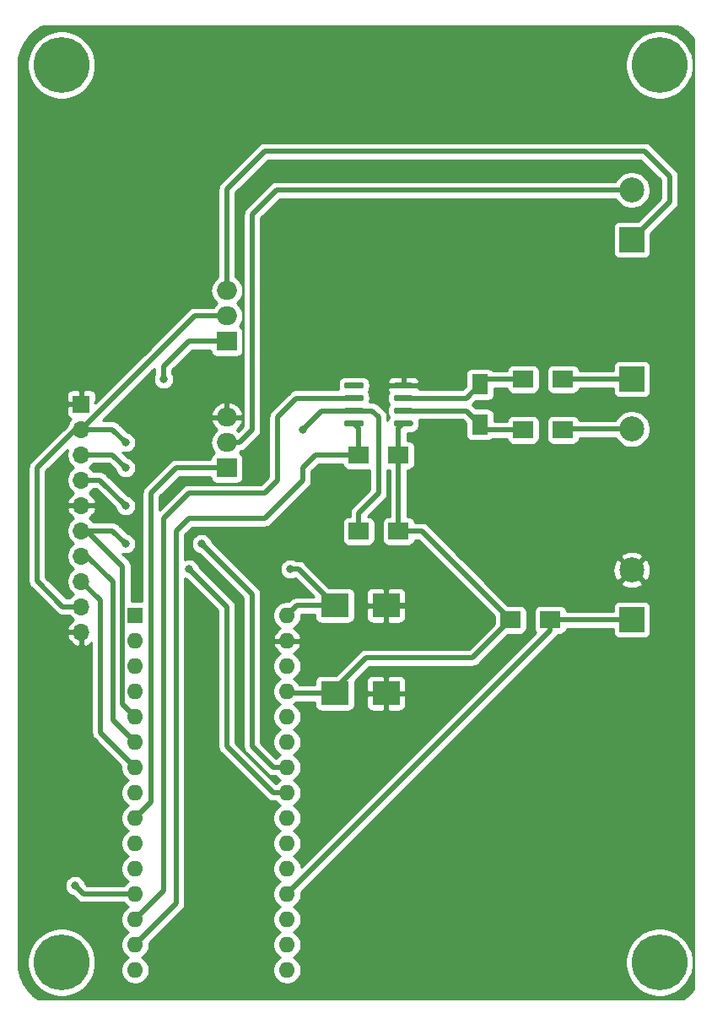
<source format=gbr>
%TF.GenerationSoftware,KiCad,Pcbnew,5.1.10*%
%TF.CreationDate,2021-10-26T18:06:13-04:00*%
%TF.ProjectId,BREAD_Slice,42524541-445f-4536-9c69-63652e6b6963,rev?*%
%TF.SameCoordinates,Original*%
%TF.FileFunction,Copper,L2,Bot*%
%TF.FilePolarity,Positive*%
%FSLAX46Y46*%
G04 Gerber Fmt 4.6, Leading zero omitted, Abs format (unit mm)*
G04 Created by KiCad (PCBNEW 5.1.10) date 2021-10-26 18:06:13*
%MOMM*%
%LPD*%
G01*
G04 APERTURE LIST*
%TA.AperFunction,ComponentPad*%
%ADD10O,2.000000X1.905000*%
%TD*%
%TA.AperFunction,ComponentPad*%
%ADD11R,2.000000X1.905000*%
%TD*%
%TA.AperFunction,SMDPad,CuDef*%
%ADD12R,2.000000X1.700000*%
%TD*%
%TA.AperFunction,ComponentPad*%
%ADD13C,2.500000*%
%TD*%
%TA.AperFunction,ComponentPad*%
%ADD14R,2.500000X2.500000*%
%TD*%
%TA.AperFunction,SMDPad,CuDef*%
%ADD15R,1.600000X2.000000*%
%TD*%
%TA.AperFunction,ComponentPad*%
%ADD16C,5.600000*%
%TD*%
%TA.AperFunction,SMDPad,CuDef*%
%ADD17R,2.770000X2.350000*%
%TD*%
%TA.AperFunction,ComponentPad*%
%ADD18R,1.600000X1.600000*%
%TD*%
%TA.AperFunction,ComponentPad*%
%ADD19O,1.600000X1.600000*%
%TD*%
%TA.AperFunction,ComponentPad*%
%ADD20R,1.700000X1.700000*%
%TD*%
%TA.AperFunction,ComponentPad*%
%ADD21O,1.700000X1.700000*%
%TD*%
%TA.AperFunction,ViaPad*%
%ADD22C,0.800000*%
%TD*%
%TA.AperFunction,Conductor*%
%ADD23C,0.500000*%
%TD*%
%TA.AperFunction,Conductor*%
%ADD24C,0.254000*%
%TD*%
%TA.AperFunction,Conductor*%
%ADD25C,0.100000*%
%TD*%
G04 APERTURE END LIST*
D10*
%TO.P,Q2,3*%
%TO.N,Net-(J3-Pad1)*%
X144190000Y-67410000D03*
%TO.P,Q2,2*%
%TO.N,+12V*%
X144190000Y-69950000D03*
D11*
%TO.P,Q2,1*%
%TO.N,/E_STOP*%
X144190000Y-72490000D03*
%TD*%
%TO.P,U1,8*%
%TO.N,N/C*%
%TA.AperFunction,SMDPad,CuDef*%
G36*
G01*
X157930000Y-76785000D02*
X157930000Y-77085000D01*
G75*
G02*
X157780000Y-77235000I-150000J0D01*
G01*
X156130000Y-77235000D01*
G75*
G02*
X155980000Y-77085000I0J150000D01*
G01*
X155980000Y-76785000D01*
G75*
G02*
X156130000Y-76635000I150000J0D01*
G01*
X157780000Y-76635000D01*
G75*
G02*
X157930000Y-76785000I0J-150000D01*
G01*
G37*
%TD.AperFunction*%
%TO.P,U1,7*%
%TO.N,/DATA*%
%TA.AperFunction,SMDPad,CuDef*%
G36*
G01*
X157930000Y-78055000D02*
X157930000Y-78355000D01*
G75*
G02*
X157780000Y-78505000I-150000J0D01*
G01*
X156130000Y-78505000D01*
G75*
G02*
X155980000Y-78355000I0J150000D01*
G01*
X155980000Y-78055000D01*
G75*
G02*
X156130000Y-77905000I150000J0D01*
G01*
X157780000Y-77905000D01*
G75*
G02*
X157930000Y-78055000I0J-150000D01*
G01*
G37*
%TD.AperFunction*%
%TO.P,U1,6*%
%TO.N,/SS*%
%TA.AperFunction,SMDPad,CuDef*%
G36*
G01*
X157930000Y-79325000D02*
X157930000Y-79625000D01*
G75*
G02*
X157780000Y-79775000I-150000J0D01*
G01*
X156130000Y-79775000D01*
G75*
G02*
X155980000Y-79625000I0J150000D01*
G01*
X155980000Y-79325000D01*
G75*
G02*
X156130000Y-79175000I150000J0D01*
G01*
X157780000Y-79175000D01*
G75*
G02*
X157930000Y-79325000I0J-150000D01*
G01*
G37*
%TD.AperFunction*%
%TO.P,U1,5*%
%TO.N,/CLK*%
%TA.AperFunction,SMDPad,CuDef*%
G36*
G01*
X157930000Y-80595000D02*
X157930000Y-80895000D01*
G75*
G02*
X157780000Y-81045000I-150000J0D01*
G01*
X156130000Y-81045000D01*
G75*
G02*
X155980000Y-80895000I0J150000D01*
G01*
X155980000Y-80595000D01*
G75*
G02*
X156130000Y-80445000I150000J0D01*
G01*
X157780000Y-80445000D01*
G75*
G02*
X157930000Y-80595000I0J-150000D01*
G01*
G37*
%TD.AperFunction*%
%TO.P,U1,4*%
%TO.N,+5V*%
%TA.AperFunction,SMDPad,CuDef*%
G36*
G01*
X162880000Y-80595000D02*
X162880000Y-80895000D01*
G75*
G02*
X162730000Y-81045000I-150000J0D01*
G01*
X161080000Y-81045000D01*
G75*
G02*
X160930000Y-80895000I0J150000D01*
G01*
X160930000Y-80595000D01*
G75*
G02*
X161080000Y-80445000I150000J0D01*
G01*
X162730000Y-80445000D01*
G75*
G02*
X162880000Y-80595000I0J-150000D01*
G01*
G37*
%TD.AperFunction*%
%TO.P,U1,3*%
%TO.N,Net-(C3-Pad1)*%
%TA.AperFunction,SMDPad,CuDef*%
G36*
G01*
X162880000Y-79325000D02*
X162880000Y-79625000D01*
G75*
G02*
X162730000Y-79775000I-150000J0D01*
G01*
X161080000Y-79775000D01*
G75*
G02*
X160930000Y-79625000I0J150000D01*
G01*
X160930000Y-79325000D01*
G75*
G02*
X161080000Y-79175000I150000J0D01*
G01*
X162730000Y-79175000D01*
G75*
G02*
X162880000Y-79325000I0J-150000D01*
G01*
G37*
%TD.AperFunction*%
%TO.P,U1,2*%
%TO.N,Net-(C3-Pad2)*%
%TA.AperFunction,SMDPad,CuDef*%
G36*
G01*
X162880000Y-78055000D02*
X162880000Y-78355000D01*
G75*
G02*
X162730000Y-78505000I-150000J0D01*
G01*
X161080000Y-78505000D01*
G75*
G02*
X160930000Y-78355000I0J150000D01*
G01*
X160930000Y-78055000D01*
G75*
G02*
X161080000Y-77905000I150000J0D01*
G01*
X162730000Y-77905000D01*
G75*
G02*
X162880000Y-78055000I0J-150000D01*
G01*
G37*
%TD.AperFunction*%
%TO.P,U1,1*%
%TO.N,GND*%
%TA.AperFunction,SMDPad,CuDef*%
G36*
G01*
X162880000Y-76785000D02*
X162880000Y-77085000D01*
G75*
G02*
X162730000Y-77235000I-150000J0D01*
G01*
X161080000Y-77235000D01*
G75*
G02*
X160930000Y-77085000I0J150000D01*
G01*
X160930000Y-76785000D01*
G75*
G02*
X161080000Y-76635000I150000J0D01*
G01*
X162730000Y-76635000D01*
G75*
G02*
X162880000Y-76785000I0J-150000D01*
G01*
G37*
%TD.AperFunction*%
%TD*%
D12*
%TO.P,R3,2*%
%TO.N,/CLK*%
X157430000Y-83920000D03*
%TO.P,R3,1*%
%TO.N,+5V*%
X161430000Y-83920000D03*
%TD*%
%TO.P,R2,2*%
%TO.N,+5V*%
X161430000Y-91540000D03*
%TO.P,R2,1*%
%TO.N,/SS*%
X157430000Y-91540000D03*
%TD*%
%TO.P,R1,2*%
%TO.N,/TMSTR*%
X176670000Y-100430000D03*
%TO.P,R1,1*%
%TO.N,+5V*%
X172670000Y-100430000D03*
%TD*%
D10*
%TO.P,Q1,3*%
%TO.N,GND*%
X144190000Y-80110000D03*
%TO.P,Q1,2*%
%TO.N,Net-(J3-Pad2)*%
X144190000Y-82650000D03*
D11*
%TO.P,Q1,1*%
%TO.N,/PWM*%
X144190000Y-85190000D03*
%TD*%
D13*
%TO.P,J4,2*%
%TO.N,GND*%
X184830000Y-95430000D03*
D14*
%TO.P,J4,1*%
%TO.N,/TMSTR*%
X184830000Y-100430000D03*
%TD*%
D13*
%TO.P,J3,2*%
%TO.N,Net-(J3-Pad2)*%
X184830000Y-57330000D03*
D14*
%TO.P,J3,1*%
%TO.N,Net-(J3-Pad1)*%
X184830000Y-62330000D03*
%TD*%
D13*
%TO.P,J2,2*%
%TO.N,Net-(FB1-Pad2)*%
X184830000Y-81300000D03*
D14*
%TO.P,J2,1*%
%TO.N,Net-(FB2-Pad2)*%
X184830000Y-76300000D03*
%TD*%
D12*
%TO.P,FB2,2*%
%TO.N,Net-(FB2-Pad2)*%
X177940000Y-76300000D03*
%TO.P,FB2,1*%
%TO.N,Net-(C3-Pad2)*%
X173940000Y-76300000D03*
%TD*%
%TO.P,FB1,2*%
%TO.N,Net-(FB1-Pad2)*%
X177940000Y-81380000D03*
%TO.P,FB1,1*%
%TO.N,Net-(C3-Pad1)*%
X173940000Y-81380000D03*
%TD*%
D15*
%TO.P,C3,2*%
%TO.N,Net-(C3-Pad2)*%
X169590000Y-76840000D03*
%TO.P,C3,1*%
%TO.N,Net-(C3-Pad1)*%
X169590000Y-80840000D03*
%TD*%
D16*
%TO.P,H4,1*%
%TO.N,N/C*%
X187600000Y-134800000D03*
%TD*%
%TO.P,H3,1*%
%TO.N,N/C*%
X127600000Y-134800000D03*
%TD*%
%TO.P,H2,1*%
%TO.N,N/C*%
X187600000Y-44800000D03*
%TD*%
%TO.P,H1,1*%
%TO.N,N/C*%
X127600000Y-44800000D03*
%TD*%
D17*
%TO.P,C1,2*%
%TO.N,GND*%
X160170000Y-99000000D03*
%TO.P,C1,1*%
%TO.N,+12V*%
X155030000Y-99000000D03*
%TD*%
D18*
%TO.P,A1,1*%
%TO.N,Net-(A1-Pad1)*%
X135000000Y-100000000D03*
D19*
%TO.P,A1,17*%
%TO.N,Net-(A1-Pad17)*%
X150240000Y-133020000D03*
%TO.P,A1,2*%
%TO.N,Net-(A1-Pad2)*%
X135000000Y-102540000D03*
%TO.P,A1,18*%
%TO.N,Net-(A1-Pad18)*%
X150240000Y-130480000D03*
%TO.P,A1,3*%
%TO.N,Net-(A1-Pad3)*%
X135000000Y-105080000D03*
%TO.P,A1,19*%
%TO.N,/TMSTR*%
X150240000Y-127940000D03*
%TO.P,A1,4*%
%TO.N,GND*%
X135000000Y-107620000D03*
%TO.P,A1,20*%
%TO.N,Net-(A1-Pad20)*%
X150240000Y-125400000D03*
%TO.P,A1,5*%
%TO.N,/E_STOP*%
X135000000Y-110160000D03*
%TO.P,A1,21*%
%TO.N,Net-(A1-Pad21)*%
X150240000Y-122860000D03*
%TO.P,A1,6*%
%TO.N,/INT*%
X135000000Y-112700000D03*
%TO.P,A1,22*%
%TO.N,Net-(A1-Pad22)*%
X150240000Y-120320000D03*
%TO.P,A1,7*%
%TO.N,/SYNC*%
X135000000Y-115240000D03*
%TO.P,A1,23*%
%TO.N,/I2C_DAT*%
X150240000Y-117780000D03*
%TO.P,A1,8*%
%TO.N,Net-(A1-Pad8)*%
X135000000Y-117780000D03*
%TO.P,A1,24*%
%TO.N,/I2C_CLK*%
X150240000Y-115240000D03*
%TO.P,A1,9*%
%TO.N,/PWM*%
X135000000Y-120320000D03*
%TO.P,A1,25*%
%TO.N,Net-(A1-Pad25)*%
X150240000Y-112700000D03*
%TO.P,A1,10*%
%TO.N,Net-(A1-Pad10)*%
X135000000Y-122860000D03*
%TO.P,A1,26*%
%TO.N,Net-(A1-Pad26)*%
X150240000Y-110160000D03*
%TO.P,A1,11*%
%TO.N,Net-(A1-Pad11)*%
X135000000Y-125400000D03*
%TO.P,A1,27*%
%TO.N,+5V*%
X150240000Y-107620000D03*
%TO.P,A1,12*%
%TO.N,/SS*%
X135000000Y-127940000D03*
%TO.P,A1,28*%
%TO.N,Net-(A1-Pad28)*%
X150240000Y-105080000D03*
%TO.P,A1,13*%
%TO.N,/DATA*%
X135000000Y-130480000D03*
%TO.P,A1,29*%
%TO.N,GND*%
X150240000Y-102540000D03*
%TO.P,A1,14*%
%TO.N,/CLK*%
X135000000Y-133020000D03*
%TO.P,A1,30*%
%TO.N,+12V*%
X150240000Y-100000000D03*
%TO.P,A1,15*%
%TO.N,Net-(A1-Pad15)*%
X135000000Y-135560000D03*
%TO.P,A1,16*%
%TO.N,Net-(A1-Pad16)*%
X150240000Y-135560000D03*
%TD*%
D17*
%TO.P,C2,1*%
%TO.N,+5V*%
X155030000Y-107800000D03*
%TO.P,C2,2*%
%TO.N,GND*%
X160170000Y-107800000D03*
%TD*%
D20*
%TO.P,J1,1*%
%TO.N,GND*%
X129600000Y-78800000D03*
D21*
%TO.P,J1,2*%
%TO.N,+12V*%
X129600000Y-81340000D03*
%TO.P,J1,3*%
%TO.N,/I2C_CLK*%
X129600000Y-83880000D03*
%TO.P,J1,4*%
%TO.N,/I2C_DAT*%
X129600000Y-86420000D03*
%TO.P,J1,5*%
%TO.N,GND*%
X129600000Y-88960000D03*
%TO.P,J1,6*%
%TO.N,/E_STOP*%
X129600000Y-91500000D03*
%TO.P,J1,7*%
%TO.N,/INT*%
X129600000Y-94040000D03*
%TO.P,J1,8*%
%TO.N,/SYNC*%
X129600000Y-96580000D03*
%TO.P,J1,9*%
%TO.N,+12V*%
X129600000Y-99120000D03*
%TO.P,J1,10*%
%TO.N,GND*%
X129600000Y-101660000D03*
%TD*%
D22*
%TO.N,GND*%
X158160000Y-111860000D03*
X167050000Y-101700000D03*
%TO.N,/I2C_CLK*%
X141650000Y-92810000D03*
X134030000Y-85190000D03*
%TO.N,/I2C_DAT*%
X134030000Y-89000000D03*
X140380000Y-95350000D03*
%TO.N,/E_STOP*%
X134030000Y-92810000D03*
X137840000Y-76300000D03*
%TO.N,+12V*%
X134030000Y-82650000D03*
X150540000Y-95350000D03*
%TO.N,/SS*%
X128950000Y-127100000D03*
X151810000Y-81380000D03*
%TD*%
D23*
%TO.N,GND*%
X160170000Y-109850000D02*
X158160000Y-111860000D01*
X160170000Y-107800000D02*
X160170000Y-109850000D01*
X167050000Y-101700000D02*
X167050000Y-100430000D01*
X165620000Y-99000000D02*
X160170000Y-99000000D01*
X167050000Y-100430000D02*
X165620000Y-99000000D01*
%TO.N,+5V*%
X150420000Y-107800000D02*
X150240000Y-107620000D01*
X155030000Y-107800000D02*
X150420000Y-107800000D01*
X155030000Y-107800000D02*
X155030000Y-107370000D01*
X155030000Y-107370000D02*
X158160000Y-104240000D01*
X168860000Y-104240000D02*
X172670000Y-100430000D01*
X158160000Y-104240000D02*
X168860000Y-104240000D01*
X161430000Y-81220000D02*
X161905000Y-80745000D01*
X161430000Y-83920000D02*
X161430000Y-81220000D01*
X163780000Y-91540000D02*
X172670000Y-100430000D01*
X161430000Y-91540000D02*
X163780000Y-91540000D01*
X161430000Y-91540000D02*
X161430000Y-83920000D01*
%TO.N,/I2C_CLK*%
X150240000Y-115240000D02*
X148840000Y-115240000D01*
X148840000Y-115240000D02*
X146730000Y-113130000D01*
X146730000Y-97890000D02*
X141650000Y-92810000D01*
X146730000Y-113130000D02*
X146730000Y-97890000D01*
X132720000Y-83880000D02*
X129600000Y-83880000D01*
X134030000Y-85190000D02*
X132720000Y-83880000D01*
%TO.N,/I2C_DAT*%
X150240000Y-117780000D02*
X148840000Y-117780000D01*
X148840000Y-117780000D02*
X144190000Y-113130000D01*
X144190000Y-113130000D02*
X144190000Y-99160000D01*
X144190000Y-99160000D02*
X140380000Y-95350000D01*
X131450000Y-86420000D02*
X129600000Y-86420000D01*
X134030000Y-89000000D02*
X131450000Y-86420000D01*
%TO.N,/SYNC*%
X131490000Y-98470000D02*
X129600000Y-96580000D01*
X131490000Y-111730000D02*
X131490000Y-98470000D01*
X135000000Y-115240000D02*
X131490000Y-111730000D01*
%TO.N,/E_STOP*%
X133749999Y-108909999D02*
X133749999Y-95069999D01*
X135000000Y-110160000D02*
X133749999Y-108909999D01*
X130180000Y-91500000D02*
X129600000Y-91500000D01*
X133749999Y-95069999D02*
X130180000Y-91500000D01*
X132720000Y-91500000D02*
X134030000Y-92810000D01*
X129600000Y-91500000D02*
X132720000Y-91500000D01*
X137840000Y-76300000D02*
X137840000Y-75030000D01*
X140380000Y-72490000D02*
X144190000Y-72490000D01*
X137840000Y-75030000D02*
X140380000Y-72490000D01*
%TO.N,+12V*%
X129600000Y-99120000D02*
X127720000Y-99120000D01*
X127720000Y-99120000D02*
X125140000Y-96540000D01*
X125140000Y-96540000D02*
X125140000Y-85190000D01*
X128990000Y-81340000D02*
X129600000Y-81340000D01*
X125140000Y-85190000D02*
X128990000Y-81340000D01*
X151240000Y-99000000D02*
X150240000Y-100000000D01*
X155030000Y-99000000D02*
X151240000Y-99000000D01*
X132720000Y-81340000D02*
X134030000Y-82650000D01*
X129600000Y-81340000D02*
X132720000Y-81340000D01*
X151380000Y-95350000D02*
X155030000Y-99000000D01*
X150540000Y-95350000D02*
X151380000Y-95350000D01*
X144190000Y-69950000D02*
X140990000Y-69950000D01*
X140990000Y-69950000D02*
X135605000Y-75335000D01*
X135605000Y-75335000D02*
X136570000Y-74370000D01*
X129600000Y-81340000D02*
X135605000Y-75335000D01*
%TO.N,/INT*%
X135000000Y-112700000D02*
X132760000Y-110460000D01*
X132760000Y-110460000D02*
X132760000Y-96620000D01*
X130180000Y-94040000D02*
X129600000Y-94040000D01*
X132760000Y-96620000D02*
X130180000Y-94040000D01*
%TO.N,/TMSTR*%
X184830000Y-100430000D02*
X176670000Y-100430000D01*
X176670000Y-101510000D02*
X150240000Y-127940000D01*
X176670000Y-100430000D02*
X176670000Y-101510000D01*
%TO.N,/PWM*%
X141650000Y-85190000D02*
X144190000Y-85190000D01*
X135000000Y-120320000D02*
X136570000Y-118750000D01*
X136570000Y-118750000D02*
X136570000Y-87730000D01*
X136570000Y-87730000D02*
X139110000Y-85190000D01*
X139110000Y-85190000D02*
X141650000Y-85190000D01*
%TO.N,/SS*%
X157430000Y-91540000D02*
X157430000Y-89730000D01*
X157430000Y-89730000D02*
X159430000Y-87730000D01*
X159430000Y-87730000D02*
X159430000Y-80110000D01*
X158795000Y-79475000D02*
X156955000Y-79475000D01*
X159430000Y-80110000D02*
X158795000Y-79475000D01*
X129790000Y-127940000D02*
X128950000Y-127100000D01*
X135000000Y-127940000D02*
X129790000Y-127940000D01*
X153715000Y-79475000D02*
X156955000Y-79475000D01*
X151810000Y-81380000D02*
X153715000Y-79475000D01*
%TO.N,/DATA*%
X149270000Y-86460000D02*
X149270000Y-80110000D01*
X149270000Y-80110000D02*
X151175000Y-78205000D01*
X148000000Y-87730000D02*
X149270000Y-86460000D01*
X151175000Y-78205000D02*
X156955000Y-78205000D01*
X137840000Y-90270000D02*
X140380000Y-87730000D01*
X137840000Y-127640000D02*
X137840000Y-90270000D01*
X140380000Y-87730000D02*
X148000000Y-87730000D01*
X135000000Y-130480000D02*
X137840000Y-127640000D01*
%TO.N,/CLK*%
X157430000Y-81220000D02*
X156955000Y-80745000D01*
X157430000Y-83920000D02*
X157430000Y-81220000D01*
X135000000Y-133020000D02*
X139110000Y-128910000D01*
X139110000Y-128910000D02*
X139110000Y-91540000D01*
X139110000Y-91540000D02*
X140380000Y-90270000D01*
X140380000Y-90270000D02*
X148000000Y-90270000D01*
X148000000Y-90270000D02*
X151810000Y-86460000D01*
X151810000Y-86460000D02*
X151810000Y-85190000D01*
X153080000Y-83920000D02*
X157430000Y-83920000D01*
X151810000Y-85190000D02*
X153080000Y-83920000D01*
%TO.N,Net-(C3-Pad2)*%
X169590000Y-76840000D02*
X169590000Y-76300000D01*
X170130000Y-76300000D02*
X169590000Y-76840000D01*
X173940000Y-76300000D02*
X170130000Y-76300000D01*
X168225000Y-78205000D02*
X161905000Y-78205000D01*
X169590000Y-76840000D02*
X168225000Y-78205000D01*
%TO.N,Net-(C3-Pad1)*%
X170130000Y-81380000D02*
X169590000Y-80840000D01*
X173940000Y-81380000D02*
X170130000Y-81380000D01*
X168225000Y-79475000D02*
X161905000Y-79475000D01*
X169590000Y-80840000D02*
X168225000Y-79475000D01*
%TO.N,Net-(FB1-Pad2)*%
X178020000Y-81300000D02*
X177940000Y-81380000D01*
X184830000Y-81300000D02*
X178020000Y-81300000D01*
%TO.N,Net-(FB2-Pad2)*%
X184830000Y-76300000D02*
X177940000Y-76300000D01*
%TO.N,Net-(J3-Pad2)*%
X144190000Y-82650000D02*
X145460000Y-82650000D01*
X145460000Y-82650000D02*
X146730000Y-81380000D01*
X146730000Y-81380000D02*
X146730000Y-59790000D01*
X149190000Y-57330000D02*
X184830000Y-57330000D01*
X146730000Y-59790000D02*
X149190000Y-57330000D01*
%TO.N,Net-(J3-Pad1)*%
X188640000Y-58520000D02*
X184830000Y-62330000D01*
X188640000Y-55980000D02*
X188640000Y-58520000D01*
X148000000Y-53440000D02*
X186100000Y-53440000D01*
X144190000Y-57250000D02*
X148000000Y-53440000D01*
X186100000Y-53440000D02*
X188640000Y-55980000D01*
X144190000Y-67410000D02*
X144190000Y-57250000D01*
%TD*%
D24*
%TO.N,GND*%
X189807905Y-41066638D02*
X190434130Y-41516626D01*
X190970777Y-42070403D01*
X191053000Y-42192764D01*
X191053000Y-137398070D01*
X190883374Y-137634130D01*
X190329597Y-138170777D01*
X189984012Y-138403000D01*
X125210677Y-138403000D01*
X124765870Y-138083374D01*
X124229223Y-137529597D01*
X123799129Y-136889549D01*
X123489171Y-136183447D01*
X123307935Y-135428543D01*
X123260000Y-134775793D01*
X123260000Y-134461682D01*
X124165000Y-134461682D01*
X124165000Y-135138318D01*
X124297006Y-135801952D01*
X124555943Y-136427082D01*
X124931862Y-136989685D01*
X125410315Y-137468138D01*
X125972918Y-137844057D01*
X126598048Y-138102994D01*
X127261682Y-138235000D01*
X127938318Y-138235000D01*
X128601952Y-138102994D01*
X129227082Y-137844057D01*
X129789685Y-137468138D01*
X130268138Y-136989685D01*
X130644057Y-136427082D01*
X130902994Y-135801952D01*
X131035000Y-135138318D01*
X131035000Y-134461682D01*
X130902994Y-133798048D01*
X130644057Y-133172918D01*
X130268138Y-132610315D01*
X129789685Y-132131862D01*
X129227082Y-131755943D01*
X128601952Y-131497006D01*
X127938318Y-131365000D01*
X127261682Y-131365000D01*
X126598048Y-131497006D01*
X125972918Y-131755943D01*
X125410315Y-132131862D01*
X124931862Y-132610315D01*
X124555943Y-133172918D01*
X124297006Y-133798048D01*
X124165000Y-134461682D01*
X123260000Y-134461682D01*
X123260000Y-102016890D01*
X128158524Y-102016890D01*
X128203175Y-102164099D01*
X128328359Y-102426920D01*
X128502412Y-102660269D01*
X128718645Y-102855178D01*
X128968748Y-103004157D01*
X129243109Y-103101481D01*
X129473000Y-102980814D01*
X129473000Y-101787000D01*
X128279845Y-101787000D01*
X128158524Y-102016890D01*
X123260000Y-102016890D01*
X123260000Y-85190000D01*
X124250719Y-85190000D01*
X124255001Y-85233479D01*
X124255000Y-96496531D01*
X124250719Y-96540000D01*
X124255000Y-96583469D01*
X124255000Y-96583476D01*
X124267805Y-96713489D01*
X124318411Y-96880312D01*
X124400589Y-97034058D01*
X124511183Y-97168817D01*
X124544956Y-97196534D01*
X127063470Y-99715049D01*
X127091183Y-99748817D01*
X127124951Y-99776530D01*
X127124953Y-99776532D01*
X127173693Y-99816532D01*
X127225941Y-99859411D01*
X127379687Y-99941589D01*
X127495903Y-99976843D01*
X127546509Y-99992195D01*
X127561306Y-99993652D01*
X127676523Y-100005000D01*
X127676531Y-100005000D01*
X127720000Y-100009281D01*
X127763469Y-100005000D01*
X128405344Y-100005000D01*
X128446525Y-100066632D01*
X128653368Y-100273475D01*
X128835534Y-100395195D01*
X128718645Y-100464822D01*
X128502412Y-100659731D01*
X128328359Y-100893080D01*
X128203175Y-101155901D01*
X128158524Y-101303110D01*
X128279845Y-101533000D01*
X129473000Y-101533000D01*
X129473000Y-101513000D01*
X129727000Y-101513000D01*
X129727000Y-101533000D01*
X129747000Y-101533000D01*
X129747000Y-101787000D01*
X129727000Y-101787000D01*
X129727000Y-102980814D01*
X129956891Y-103101481D01*
X130231252Y-103004157D01*
X130481355Y-102855178D01*
X130605001Y-102743726D01*
X130605000Y-111686531D01*
X130600719Y-111730000D01*
X130605000Y-111773469D01*
X130605000Y-111773476D01*
X130617805Y-111903489D01*
X130668411Y-112070312D01*
X130750589Y-112224058D01*
X130861183Y-112358817D01*
X130894956Y-112386534D01*
X133571983Y-115063561D01*
X133565000Y-115098665D01*
X133565000Y-115381335D01*
X133620147Y-115658574D01*
X133728320Y-115919727D01*
X133885363Y-116154759D01*
X134085241Y-116354637D01*
X134317759Y-116510000D01*
X134085241Y-116665363D01*
X133885363Y-116865241D01*
X133728320Y-117100273D01*
X133620147Y-117361426D01*
X133565000Y-117638665D01*
X133565000Y-117921335D01*
X133620147Y-118198574D01*
X133728320Y-118459727D01*
X133885363Y-118694759D01*
X134085241Y-118894637D01*
X134317759Y-119050000D01*
X134085241Y-119205363D01*
X133885363Y-119405241D01*
X133728320Y-119640273D01*
X133620147Y-119901426D01*
X133565000Y-120178665D01*
X133565000Y-120461335D01*
X133620147Y-120738574D01*
X133728320Y-120999727D01*
X133885363Y-121234759D01*
X134085241Y-121434637D01*
X134317759Y-121590000D01*
X134085241Y-121745363D01*
X133885363Y-121945241D01*
X133728320Y-122180273D01*
X133620147Y-122441426D01*
X133565000Y-122718665D01*
X133565000Y-123001335D01*
X133620147Y-123278574D01*
X133728320Y-123539727D01*
X133885363Y-123774759D01*
X134085241Y-123974637D01*
X134317759Y-124130000D01*
X134085241Y-124285363D01*
X133885363Y-124485241D01*
X133728320Y-124720273D01*
X133620147Y-124981426D01*
X133565000Y-125258665D01*
X133565000Y-125541335D01*
X133620147Y-125818574D01*
X133728320Y-126079727D01*
X133885363Y-126314759D01*
X134085241Y-126514637D01*
X134317759Y-126670000D01*
X134085241Y-126825363D01*
X133885363Y-127025241D01*
X133865479Y-127055000D01*
X130156579Y-127055000D01*
X129956535Y-126854957D01*
X129945226Y-126798102D01*
X129867205Y-126609744D01*
X129753937Y-126440226D01*
X129609774Y-126296063D01*
X129440256Y-126182795D01*
X129251898Y-126104774D01*
X129051939Y-126065000D01*
X128848061Y-126065000D01*
X128648102Y-126104774D01*
X128459744Y-126182795D01*
X128290226Y-126296063D01*
X128146063Y-126440226D01*
X128032795Y-126609744D01*
X127954774Y-126798102D01*
X127915000Y-126998061D01*
X127915000Y-127201939D01*
X127954774Y-127401898D01*
X128032795Y-127590256D01*
X128146063Y-127759774D01*
X128290226Y-127903937D01*
X128459744Y-128017205D01*
X128648102Y-128095226D01*
X128704957Y-128106535D01*
X129133470Y-128535049D01*
X129161183Y-128568817D01*
X129194951Y-128596530D01*
X129194953Y-128596532D01*
X129223216Y-128619727D01*
X129295941Y-128679411D01*
X129449687Y-128761589D01*
X129616510Y-128812195D01*
X129746523Y-128825000D01*
X129746533Y-128825000D01*
X129789999Y-128829281D01*
X129833465Y-128825000D01*
X133865479Y-128825000D01*
X133885363Y-128854759D01*
X134085241Y-129054637D01*
X134317759Y-129210000D01*
X134085241Y-129365363D01*
X133885363Y-129565241D01*
X133728320Y-129800273D01*
X133620147Y-130061426D01*
X133565000Y-130338665D01*
X133565000Y-130621335D01*
X133620147Y-130898574D01*
X133728320Y-131159727D01*
X133885363Y-131394759D01*
X134085241Y-131594637D01*
X134317759Y-131750000D01*
X134085241Y-131905363D01*
X133885363Y-132105241D01*
X133728320Y-132340273D01*
X133620147Y-132601426D01*
X133565000Y-132878665D01*
X133565000Y-133161335D01*
X133620147Y-133438574D01*
X133728320Y-133699727D01*
X133885363Y-133934759D01*
X134085241Y-134134637D01*
X134317759Y-134290000D01*
X134085241Y-134445363D01*
X133885363Y-134645241D01*
X133728320Y-134880273D01*
X133620147Y-135141426D01*
X133565000Y-135418665D01*
X133565000Y-135701335D01*
X133620147Y-135978574D01*
X133728320Y-136239727D01*
X133885363Y-136474759D01*
X134085241Y-136674637D01*
X134320273Y-136831680D01*
X134581426Y-136939853D01*
X134858665Y-136995000D01*
X135141335Y-136995000D01*
X135418574Y-136939853D01*
X135679727Y-136831680D01*
X135914759Y-136674637D01*
X136114637Y-136474759D01*
X136271680Y-136239727D01*
X136379853Y-135978574D01*
X136435000Y-135701335D01*
X136435000Y-135418665D01*
X136379853Y-135141426D01*
X136271680Y-134880273D01*
X136114637Y-134645241D01*
X135914759Y-134445363D01*
X135682241Y-134290000D01*
X135914759Y-134134637D01*
X136114637Y-133934759D01*
X136271680Y-133699727D01*
X136379853Y-133438574D01*
X136435000Y-133161335D01*
X136435000Y-132878665D01*
X136428017Y-132843561D01*
X139705050Y-129566528D01*
X139738817Y-129538817D01*
X139849411Y-129404059D01*
X139931589Y-129250313D01*
X139982195Y-129083490D01*
X139995000Y-128953477D01*
X139995000Y-128953469D01*
X139999281Y-128910000D01*
X139995000Y-128866531D01*
X139995000Y-96310804D01*
X140078102Y-96345226D01*
X140134957Y-96356535D01*
X143305001Y-99526580D01*
X143305000Y-113086531D01*
X143300719Y-113130000D01*
X143305000Y-113173469D01*
X143305000Y-113173476D01*
X143317805Y-113303489D01*
X143368411Y-113470312D01*
X143450589Y-113624058D01*
X143561183Y-113758817D01*
X143594956Y-113786534D01*
X148183470Y-118375049D01*
X148211183Y-118408817D01*
X148244951Y-118436530D01*
X148244953Y-118436532D01*
X148273216Y-118459727D01*
X148345941Y-118519411D01*
X148499687Y-118601589D01*
X148666510Y-118652195D01*
X148796523Y-118665000D01*
X148796533Y-118665000D01*
X148839999Y-118669281D01*
X148883466Y-118665000D01*
X149105479Y-118665000D01*
X149125363Y-118694759D01*
X149325241Y-118894637D01*
X149557759Y-119050000D01*
X149325241Y-119205363D01*
X149125363Y-119405241D01*
X148968320Y-119640273D01*
X148860147Y-119901426D01*
X148805000Y-120178665D01*
X148805000Y-120461335D01*
X148860147Y-120738574D01*
X148968320Y-120999727D01*
X149125363Y-121234759D01*
X149325241Y-121434637D01*
X149557759Y-121590000D01*
X149325241Y-121745363D01*
X149125363Y-121945241D01*
X148968320Y-122180273D01*
X148860147Y-122441426D01*
X148805000Y-122718665D01*
X148805000Y-123001335D01*
X148860147Y-123278574D01*
X148968320Y-123539727D01*
X149125363Y-123774759D01*
X149325241Y-123974637D01*
X149557759Y-124130000D01*
X149325241Y-124285363D01*
X149125363Y-124485241D01*
X148968320Y-124720273D01*
X148860147Y-124981426D01*
X148805000Y-125258665D01*
X148805000Y-125541335D01*
X148860147Y-125818574D01*
X148968320Y-126079727D01*
X149125363Y-126314759D01*
X149325241Y-126514637D01*
X149557759Y-126670000D01*
X149325241Y-126825363D01*
X149125363Y-127025241D01*
X148968320Y-127260273D01*
X148860147Y-127521426D01*
X148805000Y-127798665D01*
X148805000Y-128081335D01*
X148860147Y-128358574D01*
X148968320Y-128619727D01*
X149125363Y-128854759D01*
X149325241Y-129054637D01*
X149557759Y-129210000D01*
X149325241Y-129365363D01*
X149125363Y-129565241D01*
X148968320Y-129800273D01*
X148860147Y-130061426D01*
X148805000Y-130338665D01*
X148805000Y-130621335D01*
X148860147Y-130898574D01*
X148968320Y-131159727D01*
X149125363Y-131394759D01*
X149325241Y-131594637D01*
X149557759Y-131750000D01*
X149325241Y-131905363D01*
X149125363Y-132105241D01*
X148968320Y-132340273D01*
X148860147Y-132601426D01*
X148805000Y-132878665D01*
X148805000Y-133161335D01*
X148860147Y-133438574D01*
X148968320Y-133699727D01*
X149125363Y-133934759D01*
X149325241Y-134134637D01*
X149557759Y-134290000D01*
X149325241Y-134445363D01*
X149125363Y-134645241D01*
X148968320Y-134880273D01*
X148860147Y-135141426D01*
X148805000Y-135418665D01*
X148805000Y-135701335D01*
X148860147Y-135978574D01*
X148968320Y-136239727D01*
X149125363Y-136474759D01*
X149325241Y-136674637D01*
X149560273Y-136831680D01*
X149821426Y-136939853D01*
X150098665Y-136995000D01*
X150381335Y-136995000D01*
X150658574Y-136939853D01*
X150919727Y-136831680D01*
X151154759Y-136674637D01*
X151354637Y-136474759D01*
X151511680Y-136239727D01*
X151619853Y-135978574D01*
X151675000Y-135701335D01*
X151675000Y-135418665D01*
X151619853Y-135141426D01*
X151511680Y-134880273D01*
X151354637Y-134645241D01*
X151171078Y-134461682D01*
X184165000Y-134461682D01*
X184165000Y-135138318D01*
X184297006Y-135801952D01*
X184555943Y-136427082D01*
X184931862Y-136989685D01*
X185410315Y-137468138D01*
X185972918Y-137844057D01*
X186598048Y-138102994D01*
X187261682Y-138235000D01*
X187938318Y-138235000D01*
X188601952Y-138102994D01*
X189227082Y-137844057D01*
X189789685Y-137468138D01*
X190268138Y-136989685D01*
X190644057Y-136427082D01*
X190902994Y-135801952D01*
X191035000Y-135138318D01*
X191035000Y-134461682D01*
X190902994Y-133798048D01*
X190644057Y-133172918D01*
X190268138Y-132610315D01*
X189789685Y-132131862D01*
X189227082Y-131755943D01*
X188601952Y-131497006D01*
X187938318Y-131365000D01*
X187261682Y-131365000D01*
X186598048Y-131497006D01*
X185972918Y-131755943D01*
X185410315Y-132131862D01*
X184931862Y-132610315D01*
X184555943Y-133172918D01*
X184297006Y-133798048D01*
X184165000Y-134461682D01*
X151171078Y-134461682D01*
X151154759Y-134445363D01*
X150922241Y-134290000D01*
X151154759Y-134134637D01*
X151354637Y-133934759D01*
X151511680Y-133699727D01*
X151619853Y-133438574D01*
X151675000Y-133161335D01*
X151675000Y-132878665D01*
X151619853Y-132601426D01*
X151511680Y-132340273D01*
X151354637Y-132105241D01*
X151154759Y-131905363D01*
X150922241Y-131750000D01*
X151154759Y-131594637D01*
X151354637Y-131394759D01*
X151511680Y-131159727D01*
X151619853Y-130898574D01*
X151675000Y-130621335D01*
X151675000Y-130338665D01*
X151619853Y-130061426D01*
X151511680Y-129800273D01*
X151354637Y-129565241D01*
X151154759Y-129365363D01*
X150922241Y-129210000D01*
X151154759Y-129054637D01*
X151354637Y-128854759D01*
X151511680Y-128619727D01*
X151619853Y-128358574D01*
X151675000Y-128081335D01*
X151675000Y-127798665D01*
X151668017Y-127763561D01*
X177265049Y-102166530D01*
X177298817Y-102138817D01*
X177366035Y-102056913D01*
X177409410Y-102004060D01*
X177409411Y-102004059D01*
X177455371Y-101918072D01*
X177670000Y-101918072D01*
X177794482Y-101905812D01*
X177914180Y-101869502D01*
X178024494Y-101810537D01*
X178121185Y-101731185D01*
X178200537Y-101634494D01*
X178259502Y-101524180D01*
X178295812Y-101404482D01*
X178304625Y-101315000D01*
X182941928Y-101315000D01*
X182941928Y-101680000D01*
X182954188Y-101804482D01*
X182990498Y-101924180D01*
X183049463Y-102034494D01*
X183128815Y-102131185D01*
X183225506Y-102210537D01*
X183335820Y-102269502D01*
X183455518Y-102305812D01*
X183580000Y-102318072D01*
X186080000Y-102318072D01*
X186204482Y-102305812D01*
X186324180Y-102269502D01*
X186434494Y-102210537D01*
X186531185Y-102131185D01*
X186610537Y-102034494D01*
X186669502Y-101924180D01*
X186705812Y-101804482D01*
X186718072Y-101680000D01*
X186718072Y-99180000D01*
X186705812Y-99055518D01*
X186669502Y-98935820D01*
X186610537Y-98825506D01*
X186531185Y-98728815D01*
X186434494Y-98649463D01*
X186324180Y-98590498D01*
X186204482Y-98554188D01*
X186080000Y-98541928D01*
X183580000Y-98541928D01*
X183455518Y-98554188D01*
X183335820Y-98590498D01*
X183225506Y-98649463D01*
X183128815Y-98728815D01*
X183049463Y-98825506D01*
X182990498Y-98935820D01*
X182954188Y-99055518D01*
X182941928Y-99180000D01*
X182941928Y-99545000D01*
X178304625Y-99545000D01*
X178295812Y-99455518D01*
X178259502Y-99335820D01*
X178200537Y-99225506D01*
X178121185Y-99128815D01*
X178024494Y-99049463D01*
X177914180Y-98990498D01*
X177794482Y-98954188D01*
X177670000Y-98941928D01*
X175670000Y-98941928D01*
X175545518Y-98954188D01*
X175425820Y-98990498D01*
X175315506Y-99049463D01*
X175218815Y-99128815D01*
X175139463Y-99225506D01*
X175080498Y-99335820D01*
X175044188Y-99455518D01*
X175031928Y-99580000D01*
X175031928Y-101280000D01*
X175044188Y-101404482D01*
X175080498Y-101524180D01*
X175139463Y-101634494D01*
X175209088Y-101719333D01*
X151674130Y-125254292D01*
X151619853Y-124981426D01*
X151511680Y-124720273D01*
X151354637Y-124485241D01*
X151154759Y-124285363D01*
X150922241Y-124130000D01*
X151154759Y-123974637D01*
X151354637Y-123774759D01*
X151511680Y-123539727D01*
X151619853Y-123278574D01*
X151675000Y-123001335D01*
X151675000Y-122718665D01*
X151619853Y-122441426D01*
X151511680Y-122180273D01*
X151354637Y-121945241D01*
X151154759Y-121745363D01*
X150922241Y-121590000D01*
X151154759Y-121434637D01*
X151354637Y-121234759D01*
X151511680Y-120999727D01*
X151619853Y-120738574D01*
X151675000Y-120461335D01*
X151675000Y-120178665D01*
X151619853Y-119901426D01*
X151511680Y-119640273D01*
X151354637Y-119405241D01*
X151154759Y-119205363D01*
X150922241Y-119050000D01*
X151154759Y-118894637D01*
X151354637Y-118694759D01*
X151511680Y-118459727D01*
X151619853Y-118198574D01*
X151675000Y-117921335D01*
X151675000Y-117638665D01*
X151619853Y-117361426D01*
X151511680Y-117100273D01*
X151354637Y-116865241D01*
X151154759Y-116665363D01*
X150922241Y-116510000D01*
X151154759Y-116354637D01*
X151354637Y-116154759D01*
X151511680Y-115919727D01*
X151619853Y-115658574D01*
X151675000Y-115381335D01*
X151675000Y-115098665D01*
X151619853Y-114821426D01*
X151511680Y-114560273D01*
X151354637Y-114325241D01*
X151154759Y-114125363D01*
X150922241Y-113970000D01*
X151154759Y-113814637D01*
X151354637Y-113614759D01*
X151511680Y-113379727D01*
X151619853Y-113118574D01*
X151675000Y-112841335D01*
X151675000Y-112558665D01*
X151619853Y-112281426D01*
X151511680Y-112020273D01*
X151354637Y-111785241D01*
X151154759Y-111585363D01*
X150922241Y-111430000D01*
X151154759Y-111274637D01*
X151354637Y-111074759D01*
X151511680Y-110839727D01*
X151619853Y-110578574D01*
X151675000Y-110301335D01*
X151675000Y-110018665D01*
X151619853Y-109741426D01*
X151511680Y-109480273D01*
X151354637Y-109245241D01*
X151154759Y-109045363D01*
X150922241Y-108890000D01*
X151154759Y-108734637D01*
X151204396Y-108685000D01*
X153006928Y-108685000D01*
X153006928Y-108975000D01*
X153019188Y-109099482D01*
X153055498Y-109219180D01*
X153114463Y-109329494D01*
X153193815Y-109426185D01*
X153290506Y-109505537D01*
X153400820Y-109564502D01*
X153520518Y-109600812D01*
X153645000Y-109613072D01*
X156415000Y-109613072D01*
X156539482Y-109600812D01*
X156659180Y-109564502D01*
X156769494Y-109505537D01*
X156866185Y-109426185D01*
X156945537Y-109329494D01*
X157004502Y-109219180D01*
X157040812Y-109099482D01*
X157053072Y-108975000D01*
X158146928Y-108975000D01*
X158159188Y-109099482D01*
X158195498Y-109219180D01*
X158254463Y-109329494D01*
X158333815Y-109426185D01*
X158430506Y-109505537D01*
X158540820Y-109564502D01*
X158660518Y-109600812D01*
X158785000Y-109613072D01*
X159884250Y-109610000D01*
X160043000Y-109451250D01*
X160043000Y-107927000D01*
X160297000Y-107927000D01*
X160297000Y-109451250D01*
X160455750Y-109610000D01*
X161555000Y-109613072D01*
X161679482Y-109600812D01*
X161799180Y-109564502D01*
X161909494Y-109505537D01*
X162006185Y-109426185D01*
X162085537Y-109329494D01*
X162144502Y-109219180D01*
X162180812Y-109099482D01*
X162193072Y-108975000D01*
X162190000Y-108085750D01*
X162031250Y-107927000D01*
X160297000Y-107927000D01*
X160043000Y-107927000D01*
X158308750Y-107927000D01*
X158150000Y-108085750D01*
X158146928Y-108975000D01*
X157053072Y-108975000D01*
X157053072Y-106625000D01*
X158146928Y-106625000D01*
X158150000Y-107514250D01*
X158308750Y-107673000D01*
X160043000Y-107673000D01*
X160043000Y-106148750D01*
X160297000Y-106148750D01*
X160297000Y-107673000D01*
X162031250Y-107673000D01*
X162190000Y-107514250D01*
X162193072Y-106625000D01*
X162180812Y-106500518D01*
X162144502Y-106380820D01*
X162085537Y-106270506D01*
X162006185Y-106173815D01*
X161909494Y-106094463D01*
X161799180Y-106035498D01*
X161679482Y-105999188D01*
X161555000Y-105986928D01*
X160455750Y-105990000D01*
X160297000Y-106148750D01*
X160043000Y-106148750D01*
X159884250Y-105990000D01*
X158785000Y-105986928D01*
X158660518Y-105999188D01*
X158540820Y-106035498D01*
X158430506Y-106094463D01*
X158333815Y-106173815D01*
X158254463Y-106270506D01*
X158195498Y-106380820D01*
X158159188Y-106500518D01*
X158146928Y-106625000D01*
X157053072Y-106625000D01*
X157050697Y-106600882D01*
X158526579Y-105125000D01*
X168816531Y-105125000D01*
X168860000Y-105129281D01*
X168903469Y-105125000D01*
X168903477Y-105125000D01*
X169033490Y-105112195D01*
X169200313Y-105061589D01*
X169354059Y-104979411D01*
X169488817Y-104868817D01*
X169516534Y-104835044D01*
X172433507Y-101918072D01*
X173670000Y-101918072D01*
X173794482Y-101905812D01*
X173914180Y-101869502D01*
X174024494Y-101810537D01*
X174121185Y-101731185D01*
X174200537Y-101634494D01*
X174259502Y-101524180D01*
X174295812Y-101404482D01*
X174308072Y-101280000D01*
X174308072Y-99580000D01*
X174295812Y-99455518D01*
X174259502Y-99335820D01*
X174200537Y-99225506D01*
X174121185Y-99128815D01*
X174024494Y-99049463D01*
X173914180Y-98990498D01*
X173794482Y-98954188D01*
X173670000Y-98941928D01*
X172433507Y-98941928D01*
X170235184Y-96743605D01*
X183696000Y-96743605D01*
X183821914Y-97033577D01*
X184154126Y-97199433D01*
X184512312Y-97297290D01*
X184882706Y-97323389D01*
X185251075Y-97276725D01*
X185603262Y-97159094D01*
X185838086Y-97033577D01*
X185964000Y-96743605D01*
X184830000Y-95609605D01*
X183696000Y-96743605D01*
X170235184Y-96743605D01*
X168974285Y-95482706D01*
X182936611Y-95482706D01*
X182983275Y-95851075D01*
X183100906Y-96203262D01*
X183226423Y-96438086D01*
X183516395Y-96564000D01*
X184650395Y-95430000D01*
X185009605Y-95430000D01*
X186143605Y-96564000D01*
X186433577Y-96438086D01*
X186599433Y-96105874D01*
X186697290Y-95747688D01*
X186723389Y-95377294D01*
X186676725Y-95008925D01*
X186559094Y-94656738D01*
X186433577Y-94421914D01*
X186143605Y-94296000D01*
X185009605Y-95430000D01*
X184650395Y-95430000D01*
X183516395Y-94296000D01*
X183226423Y-94421914D01*
X183060567Y-94754126D01*
X182962710Y-95112312D01*
X182936611Y-95482706D01*
X168974285Y-95482706D01*
X167607974Y-94116395D01*
X183696000Y-94116395D01*
X184830000Y-95250395D01*
X185964000Y-94116395D01*
X185838086Y-93826423D01*
X185505874Y-93660567D01*
X185147688Y-93562710D01*
X184777294Y-93536611D01*
X184408925Y-93583275D01*
X184056738Y-93700906D01*
X183821914Y-93826423D01*
X183696000Y-94116395D01*
X167607974Y-94116395D01*
X164436532Y-90944954D01*
X164408817Y-90911183D01*
X164274059Y-90800589D01*
X164120313Y-90718411D01*
X163953490Y-90667805D01*
X163823477Y-90655000D01*
X163823469Y-90655000D01*
X163780000Y-90650719D01*
X163736531Y-90655000D01*
X163064625Y-90655000D01*
X163055812Y-90565518D01*
X163019502Y-90445820D01*
X162960537Y-90335506D01*
X162881185Y-90238815D01*
X162784494Y-90159463D01*
X162674180Y-90100498D01*
X162554482Y-90064188D01*
X162430000Y-90051928D01*
X162315000Y-90051928D01*
X162315000Y-85408072D01*
X162430000Y-85408072D01*
X162554482Y-85395812D01*
X162674180Y-85359502D01*
X162784494Y-85300537D01*
X162881185Y-85221185D01*
X162960537Y-85124494D01*
X163019502Y-85014180D01*
X163055812Y-84894482D01*
X163068072Y-84770000D01*
X163068072Y-83070000D01*
X163055812Y-82945518D01*
X163019502Y-82825820D01*
X162960537Y-82715506D01*
X162881185Y-82618815D01*
X162784494Y-82539463D01*
X162674180Y-82480498D01*
X162554482Y-82444188D01*
X162430000Y-82431928D01*
X162315000Y-82431928D01*
X162315000Y-81683072D01*
X162730000Y-81683072D01*
X162883745Y-81667929D01*
X163031582Y-81623084D01*
X163167829Y-81550258D01*
X163287251Y-81452251D01*
X163385258Y-81332829D01*
X163458084Y-81196582D01*
X163502929Y-81048745D01*
X163518072Y-80895000D01*
X163518072Y-80595000D01*
X163502929Y-80441255D01*
X163478281Y-80360000D01*
X167858422Y-80360000D01*
X168151928Y-80653506D01*
X168151928Y-81840000D01*
X168164188Y-81964482D01*
X168200498Y-82084180D01*
X168259463Y-82194494D01*
X168338815Y-82291185D01*
X168435506Y-82370537D01*
X168545820Y-82429502D01*
X168665518Y-82465812D01*
X168790000Y-82478072D01*
X170390000Y-82478072D01*
X170514482Y-82465812D01*
X170634180Y-82429502D01*
X170744494Y-82370537D01*
X170841185Y-82291185D01*
X170862674Y-82265000D01*
X172305375Y-82265000D01*
X172314188Y-82354482D01*
X172350498Y-82474180D01*
X172409463Y-82584494D01*
X172488815Y-82681185D01*
X172585506Y-82760537D01*
X172695820Y-82819502D01*
X172815518Y-82855812D01*
X172940000Y-82868072D01*
X174940000Y-82868072D01*
X175064482Y-82855812D01*
X175184180Y-82819502D01*
X175294494Y-82760537D01*
X175391185Y-82681185D01*
X175470537Y-82584494D01*
X175529502Y-82474180D01*
X175565812Y-82354482D01*
X175578072Y-82230000D01*
X175578072Y-80530000D01*
X176301928Y-80530000D01*
X176301928Y-82230000D01*
X176314188Y-82354482D01*
X176350498Y-82474180D01*
X176409463Y-82584494D01*
X176488815Y-82681185D01*
X176585506Y-82760537D01*
X176695820Y-82819502D01*
X176815518Y-82855812D01*
X176940000Y-82868072D01*
X178940000Y-82868072D01*
X179064482Y-82855812D01*
X179184180Y-82819502D01*
X179294494Y-82760537D01*
X179391185Y-82681185D01*
X179470537Y-82584494D01*
X179529502Y-82474180D01*
X179565812Y-82354482D01*
X179578072Y-82230000D01*
X179578072Y-82185000D01*
X183156269Y-82185000D01*
X183159534Y-82192882D01*
X183365825Y-82501618D01*
X183628382Y-82764175D01*
X183937118Y-82970466D01*
X184280166Y-83112561D01*
X184644344Y-83185000D01*
X185015656Y-83185000D01*
X185379834Y-83112561D01*
X185722882Y-82970466D01*
X186031618Y-82764175D01*
X186294175Y-82501618D01*
X186500466Y-82192882D01*
X186642561Y-81849834D01*
X186715000Y-81485656D01*
X186715000Y-81114344D01*
X186642561Y-80750166D01*
X186500466Y-80407118D01*
X186294175Y-80098382D01*
X186031618Y-79835825D01*
X185722882Y-79629534D01*
X185379834Y-79487439D01*
X185015656Y-79415000D01*
X184644344Y-79415000D01*
X184280166Y-79487439D01*
X183937118Y-79629534D01*
X183628382Y-79835825D01*
X183365825Y-80098382D01*
X183159534Y-80407118D01*
X183156269Y-80415000D01*
X179566746Y-80415000D01*
X179565812Y-80405518D01*
X179529502Y-80285820D01*
X179470537Y-80175506D01*
X179391185Y-80078815D01*
X179294494Y-79999463D01*
X179184180Y-79940498D01*
X179064482Y-79904188D01*
X178940000Y-79891928D01*
X176940000Y-79891928D01*
X176815518Y-79904188D01*
X176695820Y-79940498D01*
X176585506Y-79999463D01*
X176488815Y-80078815D01*
X176409463Y-80175506D01*
X176350498Y-80285820D01*
X176314188Y-80405518D01*
X176301928Y-80530000D01*
X175578072Y-80530000D01*
X175565812Y-80405518D01*
X175529502Y-80285820D01*
X175470537Y-80175506D01*
X175391185Y-80078815D01*
X175294494Y-79999463D01*
X175184180Y-79940498D01*
X175064482Y-79904188D01*
X174940000Y-79891928D01*
X172940000Y-79891928D01*
X172815518Y-79904188D01*
X172695820Y-79940498D01*
X172585506Y-79999463D01*
X172488815Y-80078815D01*
X172409463Y-80175506D01*
X172350498Y-80285820D01*
X172314188Y-80405518D01*
X172305375Y-80495000D01*
X171028072Y-80495000D01*
X171028072Y-79840000D01*
X171015812Y-79715518D01*
X170979502Y-79595820D01*
X170920537Y-79485506D01*
X170841185Y-79388815D01*
X170744494Y-79309463D01*
X170634180Y-79250498D01*
X170514482Y-79214188D01*
X170390000Y-79201928D01*
X169203506Y-79201928D01*
X168881534Y-78879956D01*
X168853817Y-78846183D01*
X168846283Y-78840000D01*
X168853817Y-78833817D01*
X168881534Y-78800044D01*
X169203506Y-78478072D01*
X170390000Y-78478072D01*
X170514482Y-78465812D01*
X170634180Y-78429502D01*
X170744494Y-78370537D01*
X170841185Y-78291185D01*
X170920537Y-78194494D01*
X170979502Y-78084180D01*
X171015812Y-77964482D01*
X171028072Y-77840000D01*
X171028072Y-77185000D01*
X172305375Y-77185000D01*
X172314188Y-77274482D01*
X172350498Y-77394180D01*
X172409463Y-77504494D01*
X172488815Y-77601185D01*
X172585506Y-77680537D01*
X172695820Y-77739502D01*
X172815518Y-77775812D01*
X172940000Y-77788072D01*
X174940000Y-77788072D01*
X175064482Y-77775812D01*
X175184180Y-77739502D01*
X175294494Y-77680537D01*
X175391185Y-77601185D01*
X175470537Y-77504494D01*
X175529502Y-77394180D01*
X175565812Y-77274482D01*
X175578072Y-77150000D01*
X175578072Y-75450000D01*
X176301928Y-75450000D01*
X176301928Y-77150000D01*
X176314188Y-77274482D01*
X176350498Y-77394180D01*
X176409463Y-77504494D01*
X176488815Y-77601185D01*
X176585506Y-77680537D01*
X176695820Y-77739502D01*
X176815518Y-77775812D01*
X176940000Y-77788072D01*
X178940000Y-77788072D01*
X179064482Y-77775812D01*
X179184180Y-77739502D01*
X179294494Y-77680537D01*
X179391185Y-77601185D01*
X179470537Y-77504494D01*
X179529502Y-77394180D01*
X179565812Y-77274482D01*
X179574625Y-77185000D01*
X182941928Y-77185000D01*
X182941928Y-77550000D01*
X182954188Y-77674482D01*
X182990498Y-77794180D01*
X183049463Y-77904494D01*
X183128815Y-78001185D01*
X183225506Y-78080537D01*
X183335820Y-78139502D01*
X183455518Y-78175812D01*
X183580000Y-78188072D01*
X186080000Y-78188072D01*
X186204482Y-78175812D01*
X186324180Y-78139502D01*
X186434494Y-78080537D01*
X186531185Y-78001185D01*
X186610537Y-77904494D01*
X186669502Y-77794180D01*
X186705812Y-77674482D01*
X186718072Y-77550000D01*
X186718072Y-75050000D01*
X186705812Y-74925518D01*
X186669502Y-74805820D01*
X186610537Y-74695506D01*
X186531185Y-74598815D01*
X186434494Y-74519463D01*
X186324180Y-74460498D01*
X186204482Y-74424188D01*
X186080000Y-74411928D01*
X183580000Y-74411928D01*
X183455518Y-74424188D01*
X183335820Y-74460498D01*
X183225506Y-74519463D01*
X183128815Y-74598815D01*
X183049463Y-74695506D01*
X182990498Y-74805820D01*
X182954188Y-74925518D01*
X182941928Y-75050000D01*
X182941928Y-75415000D01*
X179574625Y-75415000D01*
X179565812Y-75325518D01*
X179529502Y-75205820D01*
X179470537Y-75095506D01*
X179391185Y-74998815D01*
X179294494Y-74919463D01*
X179184180Y-74860498D01*
X179064482Y-74824188D01*
X178940000Y-74811928D01*
X176940000Y-74811928D01*
X176815518Y-74824188D01*
X176695820Y-74860498D01*
X176585506Y-74919463D01*
X176488815Y-74998815D01*
X176409463Y-75095506D01*
X176350498Y-75205820D01*
X176314188Y-75325518D01*
X176301928Y-75450000D01*
X175578072Y-75450000D01*
X175565812Y-75325518D01*
X175529502Y-75205820D01*
X175470537Y-75095506D01*
X175391185Y-74998815D01*
X175294494Y-74919463D01*
X175184180Y-74860498D01*
X175064482Y-74824188D01*
X174940000Y-74811928D01*
X172940000Y-74811928D01*
X172815518Y-74824188D01*
X172695820Y-74860498D01*
X172585506Y-74919463D01*
X172488815Y-74998815D01*
X172409463Y-75095506D01*
X172350498Y-75205820D01*
X172314188Y-75325518D01*
X172305375Y-75415000D01*
X170862674Y-75415000D01*
X170841185Y-75388815D01*
X170744494Y-75309463D01*
X170634180Y-75250498D01*
X170514482Y-75214188D01*
X170390000Y-75201928D01*
X168790000Y-75201928D01*
X168665518Y-75214188D01*
X168545820Y-75250498D01*
X168435506Y-75309463D01*
X168338815Y-75388815D01*
X168259463Y-75485506D01*
X168200498Y-75595820D01*
X168164188Y-75715518D01*
X168151928Y-75840000D01*
X168151928Y-77026494D01*
X167858422Y-77320000D01*
X163509701Y-77320000D01*
X163518072Y-77235000D01*
X163515000Y-77220750D01*
X163356250Y-77062000D01*
X162032000Y-77062000D01*
X162032000Y-77082000D01*
X161778000Y-77082000D01*
X161778000Y-77062000D01*
X160453750Y-77062000D01*
X160295000Y-77220750D01*
X160291928Y-77235000D01*
X160304188Y-77359482D01*
X160340498Y-77479180D01*
X160399463Y-77589494D01*
X160423730Y-77619064D01*
X160351916Y-77753418D01*
X160307071Y-77901255D01*
X160291928Y-78055000D01*
X160291928Y-78355000D01*
X160307071Y-78508745D01*
X160351916Y-78656582D01*
X160424742Y-78792829D01*
X160463454Y-78840000D01*
X160424742Y-78887171D01*
X160351916Y-79023418D01*
X160307071Y-79171255D01*
X160291928Y-79325000D01*
X160291928Y-79625000D01*
X160307071Y-79778745D01*
X160351916Y-79926582D01*
X160424742Y-80062829D01*
X160463454Y-80110000D01*
X160424742Y-80157171D01*
X160351916Y-80293418D01*
X160315000Y-80415116D01*
X160315000Y-80153469D01*
X160319281Y-80110000D01*
X160315000Y-80066531D01*
X160315000Y-80066523D01*
X160302195Y-79936510D01*
X160298222Y-79923412D01*
X160251589Y-79769686D01*
X160169411Y-79615941D01*
X160086532Y-79514953D01*
X160086530Y-79514951D01*
X160058817Y-79481183D01*
X160025049Y-79453470D01*
X159451534Y-78879956D01*
X159423817Y-78846183D01*
X159289059Y-78735589D01*
X159135313Y-78653411D01*
X158968490Y-78602805D01*
X158838477Y-78590000D01*
X158838469Y-78590000D01*
X158795000Y-78585719D01*
X158751531Y-78590000D01*
X158528281Y-78590000D01*
X158552929Y-78508745D01*
X158568072Y-78355000D01*
X158568072Y-78055000D01*
X158552929Y-77901255D01*
X158508084Y-77753418D01*
X158435258Y-77617171D01*
X158396546Y-77570000D01*
X158435258Y-77522829D01*
X158508084Y-77386582D01*
X158552929Y-77238745D01*
X158568072Y-77085000D01*
X158568072Y-76785000D01*
X158553298Y-76635000D01*
X160291928Y-76635000D01*
X160295000Y-76649250D01*
X160453750Y-76808000D01*
X161778000Y-76808000D01*
X161778000Y-76158750D01*
X162032000Y-76158750D01*
X162032000Y-76808000D01*
X163356250Y-76808000D01*
X163515000Y-76649250D01*
X163518072Y-76635000D01*
X163505812Y-76510518D01*
X163469502Y-76390820D01*
X163410537Y-76280506D01*
X163331185Y-76183815D01*
X163234494Y-76104463D01*
X163124180Y-76045498D01*
X163004482Y-76009188D01*
X162880000Y-75996928D01*
X162190750Y-76000000D01*
X162032000Y-76158750D01*
X161778000Y-76158750D01*
X161619250Y-76000000D01*
X160930000Y-75996928D01*
X160805518Y-76009188D01*
X160685820Y-76045498D01*
X160575506Y-76104463D01*
X160478815Y-76183815D01*
X160399463Y-76280506D01*
X160340498Y-76390820D01*
X160304188Y-76510518D01*
X160291928Y-76635000D01*
X158553298Y-76635000D01*
X158552929Y-76631255D01*
X158508084Y-76483418D01*
X158435258Y-76347171D01*
X158337251Y-76227749D01*
X158217829Y-76129742D01*
X158081582Y-76056916D01*
X157933745Y-76012071D01*
X157780000Y-75996928D01*
X156130000Y-75996928D01*
X155976255Y-76012071D01*
X155828418Y-76056916D01*
X155692171Y-76129742D01*
X155572749Y-76227749D01*
X155474742Y-76347171D01*
X155401916Y-76483418D01*
X155357071Y-76631255D01*
X155341928Y-76785000D01*
X155341928Y-77085000D01*
X155357071Y-77238745D01*
X155381719Y-77320000D01*
X151218469Y-77320000D01*
X151175000Y-77315719D01*
X151131531Y-77320000D01*
X151131523Y-77320000D01*
X151001510Y-77332805D01*
X150834687Y-77383411D01*
X150767238Y-77419463D01*
X150680941Y-77465589D01*
X150579953Y-77548468D01*
X150579951Y-77548470D01*
X150546183Y-77576183D01*
X150518470Y-77609951D01*
X148674951Y-79453471D01*
X148641184Y-79481183D01*
X148613471Y-79514951D01*
X148613468Y-79514954D01*
X148530590Y-79615941D01*
X148448412Y-79769687D01*
X148397805Y-79936510D01*
X148380719Y-80110000D01*
X148385001Y-80153479D01*
X148385000Y-86093421D01*
X147633422Y-86845000D01*
X140423465Y-86845000D01*
X140379999Y-86840719D01*
X140336533Y-86845000D01*
X140336523Y-86845000D01*
X140206510Y-86857805D01*
X140039687Y-86908411D01*
X139885941Y-86990589D01*
X139885939Y-86990590D01*
X139885940Y-86990590D01*
X139784953Y-87073468D01*
X139784951Y-87073470D01*
X139751183Y-87101183D01*
X139723470Y-87134951D01*
X137455000Y-89403422D01*
X137455000Y-88096578D01*
X139476579Y-86075000D01*
X142551928Y-86075000D01*
X142551928Y-86142500D01*
X142564188Y-86266982D01*
X142600498Y-86386680D01*
X142659463Y-86496994D01*
X142738815Y-86593685D01*
X142835506Y-86673037D01*
X142945820Y-86732002D01*
X143065518Y-86768312D01*
X143190000Y-86780572D01*
X145190000Y-86780572D01*
X145314482Y-86768312D01*
X145434180Y-86732002D01*
X145544494Y-86673037D01*
X145641185Y-86593685D01*
X145720537Y-86496994D01*
X145779502Y-86386680D01*
X145815812Y-86266982D01*
X145828072Y-86142500D01*
X145828072Y-84237500D01*
X145815812Y-84113018D01*
X145779502Y-83993320D01*
X145720537Y-83883006D01*
X145641185Y-83786315D01*
X145544494Y-83706963D01*
X145460554Y-83662095D01*
X145563845Y-83536235D01*
X145567896Y-83528655D01*
X145633490Y-83522195D01*
X145800313Y-83471589D01*
X145954059Y-83389411D01*
X146088817Y-83278817D01*
X146116534Y-83245044D01*
X147325050Y-82036529D01*
X147358817Y-82008817D01*
X147391645Y-81968817D01*
X147469410Y-81874060D01*
X147469411Y-81874059D01*
X147551589Y-81720313D01*
X147602195Y-81553490D01*
X147615000Y-81423477D01*
X147615000Y-81423467D01*
X147619281Y-81380001D01*
X147615000Y-81336535D01*
X147615000Y-60156578D01*
X149556579Y-58215000D01*
X183156269Y-58215000D01*
X183159534Y-58222882D01*
X183365825Y-58531618D01*
X183628382Y-58794175D01*
X183937118Y-59000466D01*
X184280166Y-59142561D01*
X184644344Y-59215000D01*
X185015656Y-59215000D01*
X185379834Y-59142561D01*
X185722882Y-59000466D01*
X186031618Y-58794175D01*
X186294175Y-58531618D01*
X186500466Y-58222882D01*
X186642561Y-57879834D01*
X186715000Y-57515656D01*
X186715000Y-57144344D01*
X186642561Y-56780166D01*
X186500466Y-56437118D01*
X186294175Y-56128382D01*
X186031618Y-55865825D01*
X185722882Y-55659534D01*
X185379834Y-55517439D01*
X185015656Y-55445000D01*
X184644344Y-55445000D01*
X184280166Y-55517439D01*
X183937118Y-55659534D01*
X183628382Y-55865825D01*
X183365825Y-56128382D01*
X183159534Y-56437118D01*
X183156269Y-56445000D01*
X149233465Y-56445000D01*
X149189999Y-56440719D01*
X149146533Y-56445000D01*
X149146523Y-56445000D01*
X149016510Y-56457805D01*
X148849687Y-56508411D01*
X148695941Y-56590589D01*
X148695939Y-56590590D01*
X148695940Y-56590590D01*
X148594953Y-56673468D01*
X148594951Y-56673470D01*
X148561183Y-56701183D01*
X148533470Y-56734951D01*
X146134951Y-59133471D01*
X146101184Y-59161183D01*
X146073471Y-59194951D01*
X146073468Y-59194954D01*
X145990590Y-59295941D01*
X145908412Y-59449687D01*
X145857805Y-59616510D01*
X145840719Y-59790000D01*
X145845001Y-59833479D01*
X145845000Y-81013421D01*
X145349492Y-81508930D01*
X145186101Y-81374837D01*
X145371315Y-81219437D01*
X145565969Y-80976923D01*
X145709571Y-80701094D01*
X145780563Y-80482980D01*
X145660594Y-80237000D01*
X144317000Y-80237000D01*
X144317000Y-80257000D01*
X144063000Y-80257000D01*
X144063000Y-80237000D01*
X142719406Y-80237000D01*
X142599437Y-80482980D01*
X142670429Y-80701094D01*
X142814031Y-80976923D01*
X143008685Y-81219437D01*
X143193899Y-81374837D01*
X143014537Y-81522037D01*
X142816155Y-81763765D01*
X142668745Y-82039551D01*
X142577970Y-82338796D01*
X142547319Y-82650000D01*
X142577970Y-82961204D01*
X142668745Y-83260449D01*
X142816155Y-83536235D01*
X142919446Y-83662095D01*
X142835506Y-83706963D01*
X142738815Y-83786315D01*
X142659463Y-83883006D01*
X142600498Y-83993320D01*
X142564188Y-84113018D01*
X142551928Y-84237500D01*
X142551928Y-84305000D01*
X139153465Y-84305000D01*
X139109999Y-84300719D01*
X139066533Y-84305000D01*
X139066523Y-84305000D01*
X138936510Y-84317805D01*
X138769687Y-84368411D01*
X138615941Y-84450589D01*
X138615939Y-84450590D01*
X138615940Y-84450590D01*
X138514953Y-84533468D01*
X138514951Y-84533470D01*
X138481183Y-84561183D01*
X138453470Y-84594951D01*
X135974951Y-87073471D01*
X135941184Y-87101183D01*
X135913471Y-87134951D01*
X135913468Y-87134954D01*
X135830590Y-87235941D01*
X135748412Y-87389687D01*
X135697805Y-87556510D01*
X135680719Y-87730000D01*
X135685001Y-87773476D01*
X135685001Y-98561928D01*
X134634999Y-98561928D01*
X134634999Y-95113465D01*
X134639280Y-95069998D01*
X134634999Y-95026532D01*
X134634999Y-95026522D01*
X134622194Y-94896509D01*
X134571588Y-94729686D01*
X134489410Y-94575940D01*
X134455039Y-94534059D01*
X134406531Y-94474952D01*
X134406529Y-94474950D01*
X134378816Y-94441182D01*
X134345048Y-94413469D01*
X133738966Y-93807387D01*
X133928061Y-93845000D01*
X134131939Y-93845000D01*
X134331898Y-93805226D01*
X134520256Y-93727205D01*
X134689774Y-93613937D01*
X134833937Y-93469774D01*
X134947205Y-93300256D01*
X135025226Y-93111898D01*
X135065000Y-92911939D01*
X135065000Y-92708061D01*
X135025226Y-92508102D01*
X134947205Y-92319744D01*
X134833937Y-92150226D01*
X134689774Y-92006063D01*
X134520256Y-91892795D01*
X134331898Y-91814774D01*
X134275044Y-91803465D01*
X133376534Y-90904956D01*
X133348817Y-90871183D01*
X133214059Y-90760589D01*
X133060313Y-90678411D01*
X132893490Y-90627805D01*
X132763477Y-90615000D01*
X132763469Y-90615000D01*
X132720000Y-90610719D01*
X132676531Y-90615000D01*
X130794656Y-90615000D01*
X130753475Y-90553368D01*
X130546632Y-90346525D01*
X130364466Y-90224805D01*
X130481355Y-90155178D01*
X130697588Y-89960269D01*
X130871641Y-89726920D01*
X130996825Y-89464099D01*
X131041476Y-89316890D01*
X130920155Y-89087000D01*
X129727000Y-89087000D01*
X129727000Y-89107000D01*
X129473000Y-89107000D01*
X129473000Y-89087000D01*
X128279845Y-89087000D01*
X128158524Y-89316890D01*
X128203175Y-89464099D01*
X128328359Y-89726920D01*
X128502412Y-89960269D01*
X128718645Y-90155178D01*
X128835534Y-90224805D01*
X128653368Y-90346525D01*
X128446525Y-90553368D01*
X128284010Y-90796589D01*
X128172068Y-91066842D01*
X128115000Y-91353740D01*
X128115000Y-91646260D01*
X128172068Y-91933158D01*
X128284010Y-92203411D01*
X128446525Y-92446632D01*
X128653368Y-92653475D01*
X128827760Y-92770000D01*
X128653368Y-92886525D01*
X128446525Y-93093368D01*
X128284010Y-93336589D01*
X128172068Y-93606842D01*
X128115000Y-93893740D01*
X128115000Y-94186260D01*
X128172068Y-94473158D01*
X128284010Y-94743411D01*
X128446525Y-94986632D01*
X128653368Y-95193475D01*
X128827760Y-95310000D01*
X128653368Y-95426525D01*
X128446525Y-95633368D01*
X128284010Y-95876589D01*
X128172068Y-96146842D01*
X128115000Y-96433740D01*
X128115000Y-96726260D01*
X128172068Y-97013158D01*
X128284010Y-97283411D01*
X128446525Y-97526632D01*
X128653368Y-97733475D01*
X128827760Y-97850000D01*
X128653368Y-97966525D01*
X128446525Y-98173368D01*
X128405344Y-98235000D01*
X128086579Y-98235000D01*
X126025000Y-96173422D01*
X126025000Y-85556578D01*
X128198465Y-83383114D01*
X128172068Y-83446842D01*
X128115000Y-83733740D01*
X128115000Y-84026260D01*
X128172068Y-84313158D01*
X128284010Y-84583411D01*
X128446525Y-84826632D01*
X128653368Y-85033475D01*
X128827760Y-85150000D01*
X128653368Y-85266525D01*
X128446525Y-85473368D01*
X128284010Y-85716589D01*
X128172068Y-85986842D01*
X128115000Y-86273740D01*
X128115000Y-86566260D01*
X128172068Y-86853158D01*
X128284010Y-87123411D01*
X128446525Y-87366632D01*
X128653368Y-87573475D01*
X128835534Y-87695195D01*
X128718645Y-87764822D01*
X128502412Y-87959731D01*
X128328359Y-88193080D01*
X128203175Y-88455901D01*
X128158524Y-88603110D01*
X128279845Y-88833000D01*
X129473000Y-88833000D01*
X129473000Y-88813000D01*
X129727000Y-88813000D01*
X129727000Y-88833000D01*
X130920155Y-88833000D01*
X131041476Y-88603110D01*
X130996825Y-88455901D01*
X130871641Y-88193080D01*
X130697588Y-87959731D01*
X130481355Y-87764822D01*
X130364466Y-87695195D01*
X130546632Y-87573475D01*
X130753475Y-87366632D01*
X130794656Y-87305000D01*
X131083422Y-87305000D01*
X133023465Y-89245044D01*
X133034774Y-89301898D01*
X133112795Y-89490256D01*
X133226063Y-89659774D01*
X133370226Y-89803937D01*
X133539744Y-89917205D01*
X133728102Y-89995226D01*
X133928061Y-90035000D01*
X134131939Y-90035000D01*
X134331898Y-89995226D01*
X134520256Y-89917205D01*
X134689774Y-89803937D01*
X134833937Y-89659774D01*
X134947205Y-89490256D01*
X135025226Y-89301898D01*
X135065000Y-89101939D01*
X135065000Y-88898061D01*
X135025226Y-88698102D01*
X134947205Y-88509744D01*
X134833937Y-88340226D01*
X134689774Y-88196063D01*
X134520256Y-88082795D01*
X134331898Y-88004774D01*
X134275044Y-87993465D01*
X132106534Y-85824956D01*
X132078817Y-85791183D01*
X131944059Y-85680589D01*
X131790313Y-85598411D01*
X131623490Y-85547805D01*
X131493477Y-85535000D01*
X131493469Y-85535000D01*
X131450000Y-85530719D01*
X131406531Y-85535000D01*
X130794656Y-85535000D01*
X130753475Y-85473368D01*
X130546632Y-85266525D01*
X130372240Y-85150000D01*
X130546632Y-85033475D01*
X130753475Y-84826632D01*
X130794656Y-84765000D01*
X132353422Y-84765000D01*
X133023465Y-85435044D01*
X133034774Y-85491898D01*
X133112795Y-85680256D01*
X133226063Y-85849774D01*
X133370226Y-85993937D01*
X133539744Y-86107205D01*
X133728102Y-86185226D01*
X133928061Y-86225000D01*
X134131939Y-86225000D01*
X134331898Y-86185226D01*
X134520256Y-86107205D01*
X134689774Y-85993937D01*
X134833937Y-85849774D01*
X134947205Y-85680256D01*
X135025226Y-85491898D01*
X135065000Y-85291939D01*
X135065000Y-85088061D01*
X135025226Y-84888102D01*
X134947205Y-84699744D01*
X134833937Y-84530226D01*
X134689774Y-84386063D01*
X134520256Y-84272795D01*
X134331898Y-84194774D01*
X134275044Y-84183465D01*
X133738965Y-83647387D01*
X133928061Y-83685000D01*
X134131939Y-83685000D01*
X134331898Y-83645226D01*
X134520256Y-83567205D01*
X134689774Y-83453937D01*
X134833937Y-83309774D01*
X134947205Y-83140256D01*
X135025226Y-82951898D01*
X135065000Y-82751939D01*
X135065000Y-82548061D01*
X135025226Y-82348102D01*
X134947205Y-82159744D01*
X134833937Y-81990226D01*
X134689774Y-81846063D01*
X134520256Y-81732795D01*
X134331898Y-81654774D01*
X134275044Y-81643465D01*
X133376532Y-80744954D01*
X133348817Y-80711183D01*
X133214059Y-80600589D01*
X133060313Y-80518411D01*
X132893490Y-80467805D01*
X132763477Y-80455000D01*
X132763469Y-80455000D01*
X132720000Y-80450719D01*
X132676531Y-80455000D01*
X131736578Y-80455000D01*
X132454558Y-79737020D01*
X142599437Y-79737020D01*
X142719406Y-79983000D01*
X144063000Y-79983000D01*
X144063000Y-78684430D01*
X144317000Y-78684430D01*
X144317000Y-79983000D01*
X145660594Y-79983000D01*
X145780563Y-79737020D01*
X145709571Y-79518906D01*
X145565969Y-79243077D01*
X145371315Y-79000563D01*
X145133089Y-78800684D01*
X144860446Y-78651121D01*
X144563863Y-78557622D01*
X144317000Y-78684430D01*
X144063000Y-78684430D01*
X143816137Y-78557622D01*
X143519554Y-78651121D01*
X143246911Y-78800684D01*
X143008685Y-79000563D01*
X142814031Y-79243077D01*
X142670429Y-79518906D01*
X142599437Y-79737020D01*
X132454558Y-79737020D01*
X136261532Y-75930047D01*
X136261537Y-75930041D01*
X136713167Y-75478411D01*
X136955001Y-75236578D01*
X136955000Y-75761545D01*
X136922795Y-75809744D01*
X136844774Y-75998102D01*
X136805000Y-76198061D01*
X136805000Y-76401939D01*
X136844774Y-76601898D01*
X136922795Y-76790256D01*
X137036063Y-76959774D01*
X137180226Y-77103937D01*
X137349744Y-77217205D01*
X137538102Y-77295226D01*
X137738061Y-77335000D01*
X137941939Y-77335000D01*
X138141898Y-77295226D01*
X138330256Y-77217205D01*
X138499774Y-77103937D01*
X138643937Y-76959774D01*
X138757205Y-76790256D01*
X138835226Y-76601898D01*
X138875000Y-76401939D01*
X138875000Y-76198061D01*
X138835226Y-75998102D01*
X138757205Y-75809744D01*
X138725000Y-75761546D01*
X138725000Y-75396578D01*
X140746579Y-73375000D01*
X142551928Y-73375000D01*
X142551928Y-73442500D01*
X142564188Y-73566982D01*
X142600498Y-73686680D01*
X142659463Y-73796994D01*
X142738815Y-73893685D01*
X142835506Y-73973037D01*
X142945820Y-74032002D01*
X143065518Y-74068312D01*
X143190000Y-74080572D01*
X145190000Y-74080572D01*
X145314482Y-74068312D01*
X145434180Y-74032002D01*
X145544494Y-73973037D01*
X145641185Y-73893685D01*
X145720537Y-73796994D01*
X145779502Y-73686680D01*
X145815812Y-73566982D01*
X145828072Y-73442500D01*
X145828072Y-71537500D01*
X145815812Y-71413018D01*
X145779502Y-71293320D01*
X145720537Y-71183006D01*
X145641185Y-71086315D01*
X145544494Y-71006963D01*
X145460554Y-70962095D01*
X145563845Y-70836235D01*
X145711255Y-70560449D01*
X145802030Y-70261204D01*
X145832681Y-69950000D01*
X145802030Y-69638796D01*
X145711255Y-69339551D01*
X145563845Y-69063765D01*
X145365463Y-68822037D01*
X145192391Y-68680000D01*
X145365463Y-68537963D01*
X145563845Y-68296235D01*
X145711255Y-68020449D01*
X145802030Y-67721204D01*
X145832681Y-67410000D01*
X145802030Y-67098796D01*
X145711255Y-66799551D01*
X145563845Y-66523765D01*
X145365463Y-66282037D01*
X145123735Y-66083655D01*
X145075000Y-66057606D01*
X145075000Y-57616578D01*
X148366579Y-54325000D01*
X185733422Y-54325000D01*
X187755000Y-56346579D01*
X187755001Y-58153420D01*
X185466494Y-60441928D01*
X183580000Y-60441928D01*
X183455518Y-60454188D01*
X183335820Y-60490498D01*
X183225506Y-60549463D01*
X183128815Y-60628815D01*
X183049463Y-60725506D01*
X182990498Y-60835820D01*
X182954188Y-60955518D01*
X182941928Y-61080000D01*
X182941928Y-63580000D01*
X182954188Y-63704482D01*
X182990498Y-63824180D01*
X183049463Y-63934494D01*
X183128815Y-64031185D01*
X183225506Y-64110537D01*
X183335820Y-64169502D01*
X183455518Y-64205812D01*
X183580000Y-64218072D01*
X186080000Y-64218072D01*
X186204482Y-64205812D01*
X186324180Y-64169502D01*
X186434494Y-64110537D01*
X186531185Y-64031185D01*
X186610537Y-63934494D01*
X186669502Y-63824180D01*
X186705812Y-63704482D01*
X186718072Y-63580000D01*
X186718072Y-61693506D01*
X189235049Y-59176530D01*
X189268817Y-59148817D01*
X189379411Y-59014059D01*
X189403810Y-58968411D01*
X189461589Y-58860314D01*
X189512195Y-58693490D01*
X189525000Y-58563477D01*
X189525000Y-58563469D01*
X189529281Y-58520000D01*
X189525000Y-58476531D01*
X189525000Y-56023465D01*
X189529281Y-55979999D01*
X189525000Y-55936533D01*
X189525000Y-55936523D01*
X189512195Y-55806510D01*
X189461589Y-55639687D01*
X189379411Y-55485941D01*
X189268817Y-55351183D01*
X189235050Y-55323471D01*
X186756534Y-52844956D01*
X186728817Y-52811183D01*
X186594059Y-52700589D01*
X186440313Y-52618411D01*
X186273490Y-52567805D01*
X186143477Y-52555000D01*
X186143469Y-52555000D01*
X186100000Y-52550719D01*
X186056531Y-52555000D01*
X148043469Y-52555000D01*
X148000000Y-52550719D01*
X147956531Y-52555000D01*
X147956523Y-52555000D01*
X147826510Y-52567805D01*
X147659686Y-52618411D01*
X147505941Y-52700589D01*
X147404953Y-52783468D01*
X147404951Y-52783470D01*
X147371183Y-52811183D01*
X147343470Y-52844951D01*
X143594951Y-56593470D01*
X143561184Y-56621183D01*
X143533471Y-56654951D01*
X143533468Y-56654954D01*
X143450590Y-56755941D01*
X143368412Y-56909687D01*
X143317805Y-57076510D01*
X143300719Y-57250000D01*
X143305001Y-57293479D01*
X143305000Y-66057606D01*
X143256265Y-66083655D01*
X143014537Y-66282037D01*
X142816155Y-66523765D01*
X142668745Y-66799551D01*
X142577970Y-67098796D01*
X142547319Y-67410000D01*
X142577970Y-67721204D01*
X142668745Y-68020449D01*
X142816155Y-68296235D01*
X143014537Y-68537963D01*
X143187609Y-68680000D01*
X143014537Y-68822037D01*
X142816155Y-69063765D01*
X142815495Y-69065000D01*
X141033466Y-69065000D01*
X140989999Y-69060719D01*
X140946533Y-69065000D01*
X140946523Y-69065000D01*
X140816510Y-69077805D01*
X140649687Y-69128411D01*
X140495941Y-69210589D01*
X140495939Y-69210590D01*
X140495940Y-69210590D01*
X140394953Y-69293468D01*
X140394951Y-69293470D01*
X140361183Y-69321183D01*
X140333470Y-69354951D01*
X135974958Y-73713464D01*
X135974953Y-73713468D01*
X135009958Y-74678464D01*
X135009953Y-74678468D01*
X131015424Y-78672998D01*
X130926252Y-78672998D01*
X131085000Y-78514250D01*
X131088072Y-77950000D01*
X131075812Y-77825518D01*
X131039502Y-77705820D01*
X130980537Y-77595506D01*
X130901185Y-77498815D01*
X130804494Y-77419463D01*
X130694180Y-77360498D01*
X130574482Y-77324188D01*
X130450000Y-77311928D01*
X129885750Y-77315000D01*
X129727000Y-77473750D01*
X129727000Y-78673000D01*
X129747000Y-78673000D01*
X129747000Y-78927000D01*
X129727000Y-78927000D01*
X129727000Y-78947000D01*
X129473000Y-78947000D01*
X129473000Y-78927000D01*
X128273750Y-78927000D01*
X128115000Y-79085750D01*
X128111928Y-79650000D01*
X128124188Y-79774482D01*
X128160498Y-79894180D01*
X128219463Y-80004494D01*
X128298815Y-80101185D01*
X128395506Y-80180537D01*
X128505820Y-80239502D01*
X128578380Y-80261513D01*
X128446525Y-80393368D01*
X128284010Y-80636589D01*
X128172414Y-80906007D01*
X124544951Y-84533470D01*
X124511184Y-84561183D01*
X124483471Y-84594951D01*
X124483468Y-84594954D01*
X124400590Y-84695941D01*
X124318412Y-84849687D01*
X124267805Y-85016510D01*
X124250719Y-85190000D01*
X123260000Y-85190000D01*
X123260000Y-77950000D01*
X128111928Y-77950000D01*
X128115000Y-78514250D01*
X128273750Y-78673000D01*
X129473000Y-78673000D01*
X129473000Y-77473750D01*
X129314250Y-77315000D01*
X128750000Y-77311928D01*
X128625518Y-77324188D01*
X128505820Y-77360498D01*
X128395506Y-77419463D01*
X128298815Y-77498815D01*
X128219463Y-77595506D01*
X128160498Y-77705820D01*
X128124188Y-77825518D01*
X128111928Y-77950000D01*
X123260000Y-77950000D01*
X123260000Y-44829392D01*
X123292817Y-44461682D01*
X124165000Y-44461682D01*
X124165000Y-45138318D01*
X124297006Y-45801952D01*
X124555943Y-46427082D01*
X124931862Y-46989685D01*
X125410315Y-47468138D01*
X125972918Y-47844057D01*
X126598048Y-48102994D01*
X127261682Y-48235000D01*
X127938318Y-48235000D01*
X128601952Y-48102994D01*
X129227082Y-47844057D01*
X129789685Y-47468138D01*
X130268138Y-46989685D01*
X130644057Y-46427082D01*
X130902994Y-45801952D01*
X131035000Y-45138318D01*
X131035000Y-44461682D01*
X184165000Y-44461682D01*
X184165000Y-45138318D01*
X184297006Y-45801952D01*
X184555943Y-46427082D01*
X184931862Y-46989685D01*
X185410315Y-47468138D01*
X185972918Y-47844057D01*
X186598048Y-48102994D01*
X187261682Y-48235000D01*
X187938318Y-48235000D01*
X188601952Y-48102994D01*
X189227082Y-47844057D01*
X189789685Y-47468138D01*
X190268138Y-46989685D01*
X190644057Y-46427082D01*
X190902994Y-45801952D01*
X191035000Y-45138318D01*
X191035000Y-44461682D01*
X190902994Y-43798048D01*
X190644057Y-43172918D01*
X190268138Y-42610315D01*
X189789685Y-42131862D01*
X189227082Y-41755943D01*
X188601952Y-41497006D01*
X187938318Y-41365000D01*
X187261682Y-41365000D01*
X186598048Y-41497006D01*
X185972918Y-41755943D01*
X185410315Y-42131862D01*
X184931862Y-42610315D01*
X184555943Y-43172918D01*
X184297006Y-43798048D01*
X184165000Y-44461682D01*
X131035000Y-44461682D01*
X130902994Y-43798048D01*
X130644057Y-43172918D01*
X130268138Y-42610315D01*
X129789685Y-42131862D01*
X129227082Y-41755943D01*
X128601952Y-41497006D01*
X127938318Y-41365000D01*
X127261682Y-41365000D01*
X126598048Y-41497006D01*
X125972918Y-41755943D01*
X125410315Y-42131862D01*
X124931862Y-42610315D01*
X124555943Y-43172918D01*
X124297006Y-43798048D01*
X124165000Y-44461682D01*
X123292817Y-44461682D01*
X123331173Y-44031917D01*
X123534656Y-43288109D01*
X123866638Y-42592095D01*
X124316626Y-41965870D01*
X124870403Y-41429223D01*
X125510451Y-40999129D01*
X125811448Y-40867000D01*
X189389356Y-40867000D01*
X189807905Y-41066638D01*
%TA.AperFunction,Conductor*%
D25*
G36*
X189807905Y-41066638D02*
G01*
X190434130Y-41516626D01*
X190970777Y-42070403D01*
X191053000Y-42192764D01*
X191053000Y-137398070D01*
X190883374Y-137634130D01*
X190329597Y-138170777D01*
X189984012Y-138403000D01*
X125210677Y-138403000D01*
X124765870Y-138083374D01*
X124229223Y-137529597D01*
X123799129Y-136889549D01*
X123489171Y-136183447D01*
X123307935Y-135428543D01*
X123260000Y-134775793D01*
X123260000Y-134461682D01*
X124165000Y-134461682D01*
X124165000Y-135138318D01*
X124297006Y-135801952D01*
X124555943Y-136427082D01*
X124931862Y-136989685D01*
X125410315Y-137468138D01*
X125972918Y-137844057D01*
X126598048Y-138102994D01*
X127261682Y-138235000D01*
X127938318Y-138235000D01*
X128601952Y-138102994D01*
X129227082Y-137844057D01*
X129789685Y-137468138D01*
X130268138Y-136989685D01*
X130644057Y-136427082D01*
X130902994Y-135801952D01*
X131035000Y-135138318D01*
X131035000Y-134461682D01*
X130902994Y-133798048D01*
X130644057Y-133172918D01*
X130268138Y-132610315D01*
X129789685Y-132131862D01*
X129227082Y-131755943D01*
X128601952Y-131497006D01*
X127938318Y-131365000D01*
X127261682Y-131365000D01*
X126598048Y-131497006D01*
X125972918Y-131755943D01*
X125410315Y-132131862D01*
X124931862Y-132610315D01*
X124555943Y-133172918D01*
X124297006Y-133798048D01*
X124165000Y-134461682D01*
X123260000Y-134461682D01*
X123260000Y-102016890D01*
X128158524Y-102016890D01*
X128203175Y-102164099D01*
X128328359Y-102426920D01*
X128502412Y-102660269D01*
X128718645Y-102855178D01*
X128968748Y-103004157D01*
X129243109Y-103101481D01*
X129473000Y-102980814D01*
X129473000Y-101787000D01*
X128279845Y-101787000D01*
X128158524Y-102016890D01*
X123260000Y-102016890D01*
X123260000Y-85190000D01*
X124250719Y-85190000D01*
X124255001Y-85233479D01*
X124255000Y-96496531D01*
X124250719Y-96540000D01*
X124255000Y-96583469D01*
X124255000Y-96583476D01*
X124267805Y-96713489D01*
X124318411Y-96880312D01*
X124400589Y-97034058D01*
X124511183Y-97168817D01*
X124544956Y-97196534D01*
X127063470Y-99715049D01*
X127091183Y-99748817D01*
X127124951Y-99776530D01*
X127124953Y-99776532D01*
X127173693Y-99816532D01*
X127225941Y-99859411D01*
X127379687Y-99941589D01*
X127495903Y-99976843D01*
X127546509Y-99992195D01*
X127561306Y-99993652D01*
X127676523Y-100005000D01*
X127676531Y-100005000D01*
X127720000Y-100009281D01*
X127763469Y-100005000D01*
X128405344Y-100005000D01*
X128446525Y-100066632D01*
X128653368Y-100273475D01*
X128835534Y-100395195D01*
X128718645Y-100464822D01*
X128502412Y-100659731D01*
X128328359Y-100893080D01*
X128203175Y-101155901D01*
X128158524Y-101303110D01*
X128279845Y-101533000D01*
X129473000Y-101533000D01*
X129473000Y-101513000D01*
X129727000Y-101513000D01*
X129727000Y-101533000D01*
X129747000Y-101533000D01*
X129747000Y-101787000D01*
X129727000Y-101787000D01*
X129727000Y-102980814D01*
X129956891Y-103101481D01*
X130231252Y-103004157D01*
X130481355Y-102855178D01*
X130605001Y-102743726D01*
X130605000Y-111686531D01*
X130600719Y-111730000D01*
X130605000Y-111773469D01*
X130605000Y-111773476D01*
X130617805Y-111903489D01*
X130668411Y-112070312D01*
X130750589Y-112224058D01*
X130861183Y-112358817D01*
X130894956Y-112386534D01*
X133571983Y-115063561D01*
X133565000Y-115098665D01*
X133565000Y-115381335D01*
X133620147Y-115658574D01*
X133728320Y-115919727D01*
X133885363Y-116154759D01*
X134085241Y-116354637D01*
X134317759Y-116510000D01*
X134085241Y-116665363D01*
X133885363Y-116865241D01*
X133728320Y-117100273D01*
X133620147Y-117361426D01*
X133565000Y-117638665D01*
X133565000Y-117921335D01*
X133620147Y-118198574D01*
X133728320Y-118459727D01*
X133885363Y-118694759D01*
X134085241Y-118894637D01*
X134317759Y-119050000D01*
X134085241Y-119205363D01*
X133885363Y-119405241D01*
X133728320Y-119640273D01*
X133620147Y-119901426D01*
X133565000Y-120178665D01*
X133565000Y-120461335D01*
X133620147Y-120738574D01*
X133728320Y-120999727D01*
X133885363Y-121234759D01*
X134085241Y-121434637D01*
X134317759Y-121590000D01*
X134085241Y-121745363D01*
X133885363Y-121945241D01*
X133728320Y-122180273D01*
X133620147Y-122441426D01*
X133565000Y-122718665D01*
X133565000Y-123001335D01*
X133620147Y-123278574D01*
X133728320Y-123539727D01*
X133885363Y-123774759D01*
X134085241Y-123974637D01*
X134317759Y-124130000D01*
X134085241Y-124285363D01*
X133885363Y-124485241D01*
X133728320Y-124720273D01*
X133620147Y-124981426D01*
X133565000Y-125258665D01*
X133565000Y-125541335D01*
X133620147Y-125818574D01*
X133728320Y-126079727D01*
X133885363Y-126314759D01*
X134085241Y-126514637D01*
X134317759Y-126670000D01*
X134085241Y-126825363D01*
X133885363Y-127025241D01*
X133865479Y-127055000D01*
X130156579Y-127055000D01*
X129956535Y-126854957D01*
X129945226Y-126798102D01*
X129867205Y-126609744D01*
X129753937Y-126440226D01*
X129609774Y-126296063D01*
X129440256Y-126182795D01*
X129251898Y-126104774D01*
X129051939Y-126065000D01*
X128848061Y-126065000D01*
X128648102Y-126104774D01*
X128459744Y-126182795D01*
X128290226Y-126296063D01*
X128146063Y-126440226D01*
X128032795Y-126609744D01*
X127954774Y-126798102D01*
X127915000Y-126998061D01*
X127915000Y-127201939D01*
X127954774Y-127401898D01*
X128032795Y-127590256D01*
X128146063Y-127759774D01*
X128290226Y-127903937D01*
X128459744Y-128017205D01*
X128648102Y-128095226D01*
X128704957Y-128106535D01*
X129133470Y-128535049D01*
X129161183Y-128568817D01*
X129194951Y-128596530D01*
X129194953Y-128596532D01*
X129223216Y-128619727D01*
X129295941Y-128679411D01*
X129449687Y-128761589D01*
X129616510Y-128812195D01*
X129746523Y-128825000D01*
X129746533Y-128825000D01*
X129789999Y-128829281D01*
X129833465Y-128825000D01*
X133865479Y-128825000D01*
X133885363Y-128854759D01*
X134085241Y-129054637D01*
X134317759Y-129210000D01*
X134085241Y-129365363D01*
X133885363Y-129565241D01*
X133728320Y-129800273D01*
X133620147Y-130061426D01*
X133565000Y-130338665D01*
X133565000Y-130621335D01*
X133620147Y-130898574D01*
X133728320Y-131159727D01*
X133885363Y-131394759D01*
X134085241Y-131594637D01*
X134317759Y-131750000D01*
X134085241Y-131905363D01*
X133885363Y-132105241D01*
X133728320Y-132340273D01*
X133620147Y-132601426D01*
X133565000Y-132878665D01*
X133565000Y-133161335D01*
X133620147Y-133438574D01*
X133728320Y-133699727D01*
X133885363Y-133934759D01*
X134085241Y-134134637D01*
X134317759Y-134290000D01*
X134085241Y-134445363D01*
X133885363Y-134645241D01*
X133728320Y-134880273D01*
X133620147Y-135141426D01*
X133565000Y-135418665D01*
X133565000Y-135701335D01*
X133620147Y-135978574D01*
X133728320Y-136239727D01*
X133885363Y-136474759D01*
X134085241Y-136674637D01*
X134320273Y-136831680D01*
X134581426Y-136939853D01*
X134858665Y-136995000D01*
X135141335Y-136995000D01*
X135418574Y-136939853D01*
X135679727Y-136831680D01*
X135914759Y-136674637D01*
X136114637Y-136474759D01*
X136271680Y-136239727D01*
X136379853Y-135978574D01*
X136435000Y-135701335D01*
X136435000Y-135418665D01*
X136379853Y-135141426D01*
X136271680Y-134880273D01*
X136114637Y-134645241D01*
X135914759Y-134445363D01*
X135682241Y-134290000D01*
X135914759Y-134134637D01*
X136114637Y-133934759D01*
X136271680Y-133699727D01*
X136379853Y-133438574D01*
X136435000Y-133161335D01*
X136435000Y-132878665D01*
X136428017Y-132843561D01*
X139705050Y-129566528D01*
X139738817Y-129538817D01*
X139849411Y-129404059D01*
X139931589Y-129250313D01*
X139982195Y-129083490D01*
X139995000Y-128953477D01*
X139995000Y-128953469D01*
X139999281Y-128910000D01*
X139995000Y-128866531D01*
X139995000Y-96310804D01*
X140078102Y-96345226D01*
X140134957Y-96356535D01*
X143305001Y-99526580D01*
X143305000Y-113086531D01*
X143300719Y-113130000D01*
X143305000Y-113173469D01*
X143305000Y-113173476D01*
X143317805Y-113303489D01*
X143368411Y-113470312D01*
X143450589Y-113624058D01*
X143561183Y-113758817D01*
X143594956Y-113786534D01*
X148183470Y-118375049D01*
X148211183Y-118408817D01*
X148244951Y-118436530D01*
X148244953Y-118436532D01*
X148273216Y-118459727D01*
X148345941Y-118519411D01*
X148499687Y-118601589D01*
X148666510Y-118652195D01*
X148796523Y-118665000D01*
X148796533Y-118665000D01*
X148839999Y-118669281D01*
X148883466Y-118665000D01*
X149105479Y-118665000D01*
X149125363Y-118694759D01*
X149325241Y-118894637D01*
X149557759Y-119050000D01*
X149325241Y-119205363D01*
X149125363Y-119405241D01*
X148968320Y-119640273D01*
X148860147Y-119901426D01*
X148805000Y-120178665D01*
X148805000Y-120461335D01*
X148860147Y-120738574D01*
X148968320Y-120999727D01*
X149125363Y-121234759D01*
X149325241Y-121434637D01*
X149557759Y-121590000D01*
X149325241Y-121745363D01*
X149125363Y-121945241D01*
X148968320Y-122180273D01*
X148860147Y-122441426D01*
X148805000Y-122718665D01*
X148805000Y-123001335D01*
X148860147Y-123278574D01*
X148968320Y-123539727D01*
X149125363Y-123774759D01*
X149325241Y-123974637D01*
X149557759Y-124130000D01*
X149325241Y-124285363D01*
X149125363Y-124485241D01*
X148968320Y-124720273D01*
X148860147Y-124981426D01*
X148805000Y-125258665D01*
X148805000Y-125541335D01*
X148860147Y-125818574D01*
X148968320Y-126079727D01*
X149125363Y-126314759D01*
X149325241Y-126514637D01*
X149557759Y-126670000D01*
X149325241Y-126825363D01*
X149125363Y-127025241D01*
X148968320Y-127260273D01*
X148860147Y-127521426D01*
X148805000Y-127798665D01*
X148805000Y-128081335D01*
X148860147Y-128358574D01*
X148968320Y-128619727D01*
X149125363Y-128854759D01*
X149325241Y-129054637D01*
X149557759Y-129210000D01*
X149325241Y-129365363D01*
X149125363Y-129565241D01*
X148968320Y-129800273D01*
X148860147Y-130061426D01*
X148805000Y-130338665D01*
X148805000Y-130621335D01*
X148860147Y-130898574D01*
X148968320Y-131159727D01*
X149125363Y-131394759D01*
X149325241Y-131594637D01*
X149557759Y-131750000D01*
X149325241Y-131905363D01*
X149125363Y-132105241D01*
X148968320Y-132340273D01*
X148860147Y-132601426D01*
X148805000Y-132878665D01*
X148805000Y-133161335D01*
X148860147Y-133438574D01*
X148968320Y-133699727D01*
X149125363Y-133934759D01*
X149325241Y-134134637D01*
X149557759Y-134290000D01*
X149325241Y-134445363D01*
X149125363Y-134645241D01*
X148968320Y-134880273D01*
X148860147Y-135141426D01*
X148805000Y-135418665D01*
X148805000Y-135701335D01*
X148860147Y-135978574D01*
X148968320Y-136239727D01*
X149125363Y-136474759D01*
X149325241Y-136674637D01*
X149560273Y-136831680D01*
X149821426Y-136939853D01*
X150098665Y-136995000D01*
X150381335Y-136995000D01*
X150658574Y-136939853D01*
X150919727Y-136831680D01*
X151154759Y-136674637D01*
X151354637Y-136474759D01*
X151511680Y-136239727D01*
X151619853Y-135978574D01*
X151675000Y-135701335D01*
X151675000Y-135418665D01*
X151619853Y-135141426D01*
X151511680Y-134880273D01*
X151354637Y-134645241D01*
X151171078Y-134461682D01*
X184165000Y-134461682D01*
X184165000Y-135138318D01*
X184297006Y-135801952D01*
X184555943Y-136427082D01*
X184931862Y-136989685D01*
X185410315Y-137468138D01*
X185972918Y-137844057D01*
X186598048Y-138102994D01*
X187261682Y-138235000D01*
X187938318Y-138235000D01*
X188601952Y-138102994D01*
X189227082Y-137844057D01*
X189789685Y-137468138D01*
X190268138Y-136989685D01*
X190644057Y-136427082D01*
X190902994Y-135801952D01*
X191035000Y-135138318D01*
X191035000Y-134461682D01*
X190902994Y-133798048D01*
X190644057Y-133172918D01*
X190268138Y-132610315D01*
X189789685Y-132131862D01*
X189227082Y-131755943D01*
X188601952Y-131497006D01*
X187938318Y-131365000D01*
X187261682Y-131365000D01*
X186598048Y-131497006D01*
X185972918Y-131755943D01*
X185410315Y-132131862D01*
X184931862Y-132610315D01*
X184555943Y-133172918D01*
X184297006Y-133798048D01*
X184165000Y-134461682D01*
X151171078Y-134461682D01*
X151154759Y-134445363D01*
X150922241Y-134290000D01*
X151154759Y-134134637D01*
X151354637Y-133934759D01*
X151511680Y-133699727D01*
X151619853Y-133438574D01*
X151675000Y-133161335D01*
X151675000Y-132878665D01*
X151619853Y-132601426D01*
X151511680Y-132340273D01*
X151354637Y-132105241D01*
X151154759Y-131905363D01*
X150922241Y-131750000D01*
X151154759Y-131594637D01*
X151354637Y-131394759D01*
X151511680Y-131159727D01*
X151619853Y-130898574D01*
X151675000Y-130621335D01*
X151675000Y-130338665D01*
X151619853Y-130061426D01*
X151511680Y-129800273D01*
X151354637Y-129565241D01*
X151154759Y-129365363D01*
X150922241Y-129210000D01*
X151154759Y-129054637D01*
X151354637Y-128854759D01*
X151511680Y-128619727D01*
X151619853Y-128358574D01*
X151675000Y-128081335D01*
X151675000Y-127798665D01*
X151668017Y-127763561D01*
X177265049Y-102166530D01*
X177298817Y-102138817D01*
X177366035Y-102056913D01*
X177409410Y-102004060D01*
X177409411Y-102004059D01*
X177455371Y-101918072D01*
X177670000Y-101918072D01*
X177794482Y-101905812D01*
X177914180Y-101869502D01*
X178024494Y-101810537D01*
X178121185Y-101731185D01*
X178200537Y-101634494D01*
X178259502Y-101524180D01*
X178295812Y-101404482D01*
X178304625Y-101315000D01*
X182941928Y-101315000D01*
X182941928Y-101680000D01*
X182954188Y-101804482D01*
X182990498Y-101924180D01*
X183049463Y-102034494D01*
X183128815Y-102131185D01*
X183225506Y-102210537D01*
X183335820Y-102269502D01*
X183455518Y-102305812D01*
X183580000Y-102318072D01*
X186080000Y-102318072D01*
X186204482Y-102305812D01*
X186324180Y-102269502D01*
X186434494Y-102210537D01*
X186531185Y-102131185D01*
X186610537Y-102034494D01*
X186669502Y-101924180D01*
X186705812Y-101804482D01*
X186718072Y-101680000D01*
X186718072Y-99180000D01*
X186705812Y-99055518D01*
X186669502Y-98935820D01*
X186610537Y-98825506D01*
X186531185Y-98728815D01*
X186434494Y-98649463D01*
X186324180Y-98590498D01*
X186204482Y-98554188D01*
X186080000Y-98541928D01*
X183580000Y-98541928D01*
X183455518Y-98554188D01*
X183335820Y-98590498D01*
X183225506Y-98649463D01*
X183128815Y-98728815D01*
X183049463Y-98825506D01*
X182990498Y-98935820D01*
X182954188Y-99055518D01*
X182941928Y-99180000D01*
X182941928Y-99545000D01*
X178304625Y-99545000D01*
X178295812Y-99455518D01*
X178259502Y-99335820D01*
X178200537Y-99225506D01*
X178121185Y-99128815D01*
X178024494Y-99049463D01*
X177914180Y-98990498D01*
X177794482Y-98954188D01*
X177670000Y-98941928D01*
X175670000Y-98941928D01*
X175545518Y-98954188D01*
X175425820Y-98990498D01*
X175315506Y-99049463D01*
X175218815Y-99128815D01*
X175139463Y-99225506D01*
X175080498Y-99335820D01*
X175044188Y-99455518D01*
X175031928Y-99580000D01*
X175031928Y-101280000D01*
X175044188Y-101404482D01*
X175080498Y-101524180D01*
X175139463Y-101634494D01*
X175209088Y-101719333D01*
X151674130Y-125254292D01*
X151619853Y-124981426D01*
X151511680Y-124720273D01*
X151354637Y-124485241D01*
X151154759Y-124285363D01*
X150922241Y-124130000D01*
X151154759Y-123974637D01*
X151354637Y-123774759D01*
X151511680Y-123539727D01*
X151619853Y-123278574D01*
X151675000Y-123001335D01*
X151675000Y-122718665D01*
X151619853Y-122441426D01*
X151511680Y-122180273D01*
X151354637Y-121945241D01*
X151154759Y-121745363D01*
X150922241Y-121590000D01*
X151154759Y-121434637D01*
X151354637Y-121234759D01*
X151511680Y-120999727D01*
X151619853Y-120738574D01*
X151675000Y-120461335D01*
X151675000Y-120178665D01*
X151619853Y-119901426D01*
X151511680Y-119640273D01*
X151354637Y-119405241D01*
X151154759Y-119205363D01*
X150922241Y-119050000D01*
X151154759Y-118894637D01*
X151354637Y-118694759D01*
X151511680Y-118459727D01*
X151619853Y-118198574D01*
X151675000Y-117921335D01*
X151675000Y-117638665D01*
X151619853Y-117361426D01*
X151511680Y-117100273D01*
X151354637Y-116865241D01*
X151154759Y-116665363D01*
X150922241Y-116510000D01*
X151154759Y-116354637D01*
X151354637Y-116154759D01*
X151511680Y-115919727D01*
X151619853Y-115658574D01*
X151675000Y-115381335D01*
X151675000Y-115098665D01*
X151619853Y-114821426D01*
X151511680Y-114560273D01*
X151354637Y-114325241D01*
X151154759Y-114125363D01*
X150922241Y-113970000D01*
X151154759Y-113814637D01*
X151354637Y-113614759D01*
X151511680Y-113379727D01*
X151619853Y-113118574D01*
X151675000Y-112841335D01*
X151675000Y-112558665D01*
X151619853Y-112281426D01*
X151511680Y-112020273D01*
X151354637Y-111785241D01*
X151154759Y-111585363D01*
X150922241Y-111430000D01*
X151154759Y-111274637D01*
X151354637Y-111074759D01*
X151511680Y-110839727D01*
X151619853Y-110578574D01*
X151675000Y-110301335D01*
X151675000Y-110018665D01*
X151619853Y-109741426D01*
X151511680Y-109480273D01*
X151354637Y-109245241D01*
X151154759Y-109045363D01*
X150922241Y-108890000D01*
X151154759Y-108734637D01*
X151204396Y-108685000D01*
X153006928Y-108685000D01*
X153006928Y-108975000D01*
X153019188Y-109099482D01*
X153055498Y-109219180D01*
X153114463Y-109329494D01*
X153193815Y-109426185D01*
X153290506Y-109505537D01*
X153400820Y-109564502D01*
X153520518Y-109600812D01*
X153645000Y-109613072D01*
X156415000Y-109613072D01*
X156539482Y-109600812D01*
X156659180Y-109564502D01*
X156769494Y-109505537D01*
X156866185Y-109426185D01*
X156945537Y-109329494D01*
X157004502Y-109219180D01*
X157040812Y-109099482D01*
X157053072Y-108975000D01*
X158146928Y-108975000D01*
X158159188Y-109099482D01*
X158195498Y-109219180D01*
X158254463Y-109329494D01*
X158333815Y-109426185D01*
X158430506Y-109505537D01*
X158540820Y-109564502D01*
X158660518Y-109600812D01*
X158785000Y-109613072D01*
X159884250Y-109610000D01*
X160043000Y-109451250D01*
X160043000Y-107927000D01*
X160297000Y-107927000D01*
X160297000Y-109451250D01*
X160455750Y-109610000D01*
X161555000Y-109613072D01*
X161679482Y-109600812D01*
X161799180Y-109564502D01*
X161909494Y-109505537D01*
X162006185Y-109426185D01*
X162085537Y-109329494D01*
X162144502Y-109219180D01*
X162180812Y-109099482D01*
X162193072Y-108975000D01*
X162190000Y-108085750D01*
X162031250Y-107927000D01*
X160297000Y-107927000D01*
X160043000Y-107927000D01*
X158308750Y-107927000D01*
X158150000Y-108085750D01*
X158146928Y-108975000D01*
X157053072Y-108975000D01*
X157053072Y-106625000D01*
X158146928Y-106625000D01*
X158150000Y-107514250D01*
X158308750Y-107673000D01*
X160043000Y-107673000D01*
X160043000Y-106148750D01*
X160297000Y-106148750D01*
X160297000Y-107673000D01*
X162031250Y-107673000D01*
X162190000Y-107514250D01*
X162193072Y-106625000D01*
X162180812Y-106500518D01*
X162144502Y-106380820D01*
X162085537Y-106270506D01*
X162006185Y-106173815D01*
X161909494Y-106094463D01*
X161799180Y-106035498D01*
X161679482Y-105999188D01*
X161555000Y-105986928D01*
X160455750Y-105990000D01*
X160297000Y-106148750D01*
X160043000Y-106148750D01*
X159884250Y-105990000D01*
X158785000Y-105986928D01*
X158660518Y-105999188D01*
X158540820Y-106035498D01*
X158430506Y-106094463D01*
X158333815Y-106173815D01*
X158254463Y-106270506D01*
X158195498Y-106380820D01*
X158159188Y-106500518D01*
X158146928Y-106625000D01*
X157053072Y-106625000D01*
X157050697Y-106600882D01*
X158526579Y-105125000D01*
X168816531Y-105125000D01*
X168860000Y-105129281D01*
X168903469Y-105125000D01*
X168903477Y-105125000D01*
X169033490Y-105112195D01*
X169200313Y-105061589D01*
X169354059Y-104979411D01*
X169488817Y-104868817D01*
X169516534Y-104835044D01*
X172433507Y-101918072D01*
X173670000Y-101918072D01*
X173794482Y-101905812D01*
X173914180Y-101869502D01*
X174024494Y-101810537D01*
X174121185Y-101731185D01*
X174200537Y-101634494D01*
X174259502Y-101524180D01*
X174295812Y-101404482D01*
X174308072Y-101280000D01*
X174308072Y-99580000D01*
X174295812Y-99455518D01*
X174259502Y-99335820D01*
X174200537Y-99225506D01*
X174121185Y-99128815D01*
X174024494Y-99049463D01*
X173914180Y-98990498D01*
X173794482Y-98954188D01*
X173670000Y-98941928D01*
X172433507Y-98941928D01*
X170235184Y-96743605D01*
X183696000Y-96743605D01*
X183821914Y-97033577D01*
X184154126Y-97199433D01*
X184512312Y-97297290D01*
X184882706Y-97323389D01*
X185251075Y-97276725D01*
X185603262Y-97159094D01*
X185838086Y-97033577D01*
X185964000Y-96743605D01*
X184830000Y-95609605D01*
X183696000Y-96743605D01*
X170235184Y-96743605D01*
X168974285Y-95482706D01*
X182936611Y-95482706D01*
X182983275Y-95851075D01*
X183100906Y-96203262D01*
X183226423Y-96438086D01*
X183516395Y-96564000D01*
X184650395Y-95430000D01*
X185009605Y-95430000D01*
X186143605Y-96564000D01*
X186433577Y-96438086D01*
X186599433Y-96105874D01*
X186697290Y-95747688D01*
X186723389Y-95377294D01*
X186676725Y-95008925D01*
X186559094Y-94656738D01*
X186433577Y-94421914D01*
X186143605Y-94296000D01*
X185009605Y-95430000D01*
X184650395Y-95430000D01*
X183516395Y-94296000D01*
X183226423Y-94421914D01*
X183060567Y-94754126D01*
X182962710Y-95112312D01*
X182936611Y-95482706D01*
X168974285Y-95482706D01*
X167607974Y-94116395D01*
X183696000Y-94116395D01*
X184830000Y-95250395D01*
X185964000Y-94116395D01*
X185838086Y-93826423D01*
X185505874Y-93660567D01*
X185147688Y-93562710D01*
X184777294Y-93536611D01*
X184408925Y-93583275D01*
X184056738Y-93700906D01*
X183821914Y-93826423D01*
X183696000Y-94116395D01*
X167607974Y-94116395D01*
X164436532Y-90944954D01*
X164408817Y-90911183D01*
X164274059Y-90800589D01*
X164120313Y-90718411D01*
X163953490Y-90667805D01*
X163823477Y-90655000D01*
X163823469Y-90655000D01*
X163780000Y-90650719D01*
X163736531Y-90655000D01*
X163064625Y-90655000D01*
X163055812Y-90565518D01*
X163019502Y-90445820D01*
X162960537Y-90335506D01*
X162881185Y-90238815D01*
X162784494Y-90159463D01*
X162674180Y-90100498D01*
X162554482Y-90064188D01*
X162430000Y-90051928D01*
X162315000Y-90051928D01*
X162315000Y-85408072D01*
X162430000Y-85408072D01*
X162554482Y-85395812D01*
X162674180Y-85359502D01*
X162784494Y-85300537D01*
X162881185Y-85221185D01*
X162960537Y-85124494D01*
X163019502Y-85014180D01*
X163055812Y-84894482D01*
X163068072Y-84770000D01*
X163068072Y-83070000D01*
X163055812Y-82945518D01*
X163019502Y-82825820D01*
X162960537Y-82715506D01*
X162881185Y-82618815D01*
X162784494Y-82539463D01*
X162674180Y-82480498D01*
X162554482Y-82444188D01*
X162430000Y-82431928D01*
X162315000Y-82431928D01*
X162315000Y-81683072D01*
X162730000Y-81683072D01*
X162883745Y-81667929D01*
X163031582Y-81623084D01*
X163167829Y-81550258D01*
X163287251Y-81452251D01*
X163385258Y-81332829D01*
X163458084Y-81196582D01*
X163502929Y-81048745D01*
X163518072Y-80895000D01*
X163518072Y-80595000D01*
X163502929Y-80441255D01*
X163478281Y-80360000D01*
X167858422Y-80360000D01*
X168151928Y-80653506D01*
X168151928Y-81840000D01*
X168164188Y-81964482D01*
X168200498Y-82084180D01*
X168259463Y-82194494D01*
X168338815Y-82291185D01*
X168435506Y-82370537D01*
X168545820Y-82429502D01*
X168665518Y-82465812D01*
X168790000Y-82478072D01*
X170390000Y-82478072D01*
X170514482Y-82465812D01*
X170634180Y-82429502D01*
X170744494Y-82370537D01*
X170841185Y-82291185D01*
X170862674Y-82265000D01*
X172305375Y-82265000D01*
X172314188Y-82354482D01*
X172350498Y-82474180D01*
X172409463Y-82584494D01*
X172488815Y-82681185D01*
X172585506Y-82760537D01*
X172695820Y-82819502D01*
X172815518Y-82855812D01*
X172940000Y-82868072D01*
X174940000Y-82868072D01*
X175064482Y-82855812D01*
X175184180Y-82819502D01*
X175294494Y-82760537D01*
X175391185Y-82681185D01*
X175470537Y-82584494D01*
X175529502Y-82474180D01*
X175565812Y-82354482D01*
X175578072Y-82230000D01*
X175578072Y-80530000D01*
X176301928Y-80530000D01*
X176301928Y-82230000D01*
X176314188Y-82354482D01*
X176350498Y-82474180D01*
X176409463Y-82584494D01*
X176488815Y-82681185D01*
X176585506Y-82760537D01*
X176695820Y-82819502D01*
X176815518Y-82855812D01*
X176940000Y-82868072D01*
X178940000Y-82868072D01*
X179064482Y-82855812D01*
X179184180Y-82819502D01*
X179294494Y-82760537D01*
X179391185Y-82681185D01*
X179470537Y-82584494D01*
X179529502Y-82474180D01*
X179565812Y-82354482D01*
X179578072Y-82230000D01*
X179578072Y-82185000D01*
X183156269Y-82185000D01*
X183159534Y-82192882D01*
X183365825Y-82501618D01*
X183628382Y-82764175D01*
X183937118Y-82970466D01*
X184280166Y-83112561D01*
X184644344Y-83185000D01*
X185015656Y-83185000D01*
X185379834Y-83112561D01*
X185722882Y-82970466D01*
X186031618Y-82764175D01*
X186294175Y-82501618D01*
X186500466Y-82192882D01*
X186642561Y-81849834D01*
X186715000Y-81485656D01*
X186715000Y-81114344D01*
X186642561Y-80750166D01*
X186500466Y-80407118D01*
X186294175Y-80098382D01*
X186031618Y-79835825D01*
X185722882Y-79629534D01*
X185379834Y-79487439D01*
X185015656Y-79415000D01*
X184644344Y-79415000D01*
X184280166Y-79487439D01*
X183937118Y-79629534D01*
X183628382Y-79835825D01*
X183365825Y-80098382D01*
X183159534Y-80407118D01*
X183156269Y-80415000D01*
X179566746Y-80415000D01*
X179565812Y-80405518D01*
X179529502Y-80285820D01*
X179470537Y-80175506D01*
X179391185Y-80078815D01*
X179294494Y-79999463D01*
X179184180Y-79940498D01*
X179064482Y-79904188D01*
X178940000Y-79891928D01*
X176940000Y-79891928D01*
X176815518Y-79904188D01*
X176695820Y-79940498D01*
X176585506Y-79999463D01*
X176488815Y-80078815D01*
X176409463Y-80175506D01*
X176350498Y-80285820D01*
X176314188Y-80405518D01*
X176301928Y-80530000D01*
X175578072Y-80530000D01*
X175565812Y-80405518D01*
X175529502Y-80285820D01*
X175470537Y-80175506D01*
X175391185Y-80078815D01*
X175294494Y-79999463D01*
X175184180Y-79940498D01*
X175064482Y-79904188D01*
X174940000Y-79891928D01*
X172940000Y-79891928D01*
X172815518Y-79904188D01*
X172695820Y-79940498D01*
X172585506Y-79999463D01*
X172488815Y-80078815D01*
X172409463Y-80175506D01*
X172350498Y-80285820D01*
X172314188Y-80405518D01*
X172305375Y-80495000D01*
X171028072Y-80495000D01*
X171028072Y-79840000D01*
X171015812Y-79715518D01*
X170979502Y-79595820D01*
X170920537Y-79485506D01*
X170841185Y-79388815D01*
X170744494Y-79309463D01*
X170634180Y-79250498D01*
X170514482Y-79214188D01*
X170390000Y-79201928D01*
X169203506Y-79201928D01*
X168881534Y-78879956D01*
X168853817Y-78846183D01*
X168846283Y-78840000D01*
X168853817Y-78833817D01*
X168881534Y-78800044D01*
X169203506Y-78478072D01*
X170390000Y-78478072D01*
X170514482Y-78465812D01*
X170634180Y-78429502D01*
X170744494Y-78370537D01*
X170841185Y-78291185D01*
X170920537Y-78194494D01*
X170979502Y-78084180D01*
X171015812Y-77964482D01*
X171028072Y-77840000D01*
X171028072Y-77185000D01*
X172305375Y-77185000D01*
X172314188Y-77274482D01*
X172350498Y-77394180D01*
X172409463Y-77504494D01*
X172488815Y-77601185D01*
X172585506Y-77680537D01*
X172695820Y-77739502D01*
X172815518Y-77775812D01*
X172940000Y-77788072D01*
X174940000Y-77788072D01*
X175064482Y-77775812D01*
X175184180Y-77739502D01*
X175294494Y-77680537D01*
X175391185Y-77601185D01*
X175470537Y-77504494D01*
X175529502Y-77394180D01*
X175565812Y-77274482D01*
X175578072Y-77150000D01*
X175578072Y-75450000D01*
X176301928Y-75450000D01*
X176301928Y-77150000D01*
X176314188Y-77274482D01*
X176350498Y-77394180D01*
X176409463Y-77504494D01*
X176488815Y-77601185D01*
X176585506Y-77680537D01*
X176695820Y-77739502D01*
X176815518Y-77775812D01*
X176940000Y-77788072D01*
X178940000Y-77788072D01*
X179064482Y-77775812D01*
X179184180Y-77739502D01*
X179294494Y-77680537D01*
X179391185Y-77601185D01*
X179470537Y-77504494D01*
X179529502Y-77394180D01*
X179565812Y-77274482D01*
X179574625Y-77185000D01*
X182941928Y-77185000D01*
X182941928Y-77550000D01*
X182954188Y-77674482D01*
X182990498Y-77794180D01*
X183049463Y-77904494D01*
X183128815Y-78001185D01*
X183225506Y-78080537D01*
X183335820Y-78139502D01*
X183455518Y-78175812D01*
X183580000Y-78188072D01*
X186080000Y-78188072D01*
X186204482Y-78175812D01*
X186324180Y-78139502D01*
X186434494Y-78080537D01*
X186531185Y-78001185D01*
X186610537Y-77904494D01*
X186669502Y-77794180D01*
X186705812Y-77674482D01*
X186718072Y-77550000D01*
X186718072Y-75050000D01*
X186705812Y-74925518D01*
X186669502Y-74805820D01*
X186610537Y-74695506D01*
X186531185Y-74598815D01*
X186434494Y-74519463D01*
X186324180Y-74460498D01*
X186204482Y-74424188D01*
X186080000Y-74411928D01*
X183580000Y-74411928D01*
X183455518Y-74424188D01*
X183335820Y-74460498D01*
X183225506Y-74519463D01*
X183128815Y-74598815D01*
X183049463Y-74695506D01*
X182990498Y-74805820D01*
X182954188Y-74925518D01*
X182941928Y-75050000D01*
X182941928Y-75415000D01*
X179574625Y-75415000D01*
X179565812Y-75325518D01*
X179529502Y-75205820D01*
X179470537Y-75095506D01*
X179391185Y-74998815D01*
X179294494Y-74919463D01*
X179184180Y-74860498D01*
X179064482Y-74824188D01*
X178940000Y-74811928D01*
X176940000Y-74811928D01*
X176815518Y-74824188D01*
X176695820Y-74860498D01*
X176585506Y-74919463D01*
X176488815Y-74998815D01*
X176409463Y-75095506D01*
X176350498Y-75205820D01*
X176314188Y-75325518D01*
X176301928Y-75450000D01*
X175578072Y-75450000D01*
X175565812Y-75325518D01*
X175529502Y-75205820D01*
X175470537Y-75095506D01*
X175391185Y-74998815D01*
X175294494Y-74919463D01*
X175184180Y-74860498D01*
X175064482Y-74824188D01*
X174940000Y-74811928D01*
X172940000Y-74811928D01*
X172815518Y-74824188D01*
X172695820Y-74860498D01*
X172585506Y-74919463D01*
X172488815Y-74998815D01*
X172409463Y-75095506D01*
X172350498Y-75205820D01*
X172314188Y-75325518D01*
X172305375Y-75415000D01*
X170862674Y-75415000D01*
X170841185Y-75388815D01*
X170744494Y-75309463D01*
X170634180Y-75250498D01*
X170514482Y-75214188D01*
X170390000Y-75201928D01*
X168790000Y-75201928D01*
X168665518Y-75214188D01*
X168545820Y-75250498D01*
X168435506Y-75309463D01*
X168338815Y-75388815D01*
X168259463Y-75485506D01*
X168200498Y-75595820D01*
X168164188Y-75715518D01*
X168151928Y-75840000D01*
X168151928Y-77026494D01*
X167858422Y-77320000D01*
X163509701Y-77320000D01*
X163518072Y-77235000D01*
X163515000Y-77220750D01*
X163356250Y-77062000D01*
X162032000Y-77062000D01*
X162032000Y-77082000D01*
X161778000Y-77082000D01*
X161778000Y-77062000D01*
X160453750Y-77062000D01*
X160295000Y-77220750D01*
X160291928Y-77235000D01*
X160304188Y-77359482D01*
X160340498Y-77479180D01*
X160399463Y-77589494D01*
X160423730Y-77619064D01*
X160351916Y-77753418D01*
X160307071Y-77901255D01*
X160291928Y-78055000D01*
X160291928Y-78355000D01*
X160307071Y-78508745D01*
X160351916Y-78656582D01*
X160424742Y-78792829D01*
X160463454Y-78840000D01*
X160424742Y-78887171D01*
X160351916Y-79023418D01*
X160307071Y-79171255D01*
X160291928Y-79325000D01*
X160291928Y-79625000D01*
X160307071Y-79778745D01*
X160351916Y-79926582D01*
X160424742Y-80062829D01*
X160463454Y-80110000D01*
X160424742Y-80157171D01*
X160351916Y-80293418D01*
X160315000Y-80415116D01*
X160315000Y-80153469D01*
X160319281Y-80110000D01*
X160315000Y-80066531D01*
X160315000Y-80066523D01*
X160302195Y-79936510D01*
X160298222Y-79923412D01*
X160251589Y-79769686D01*
X160169411Y-79615941D01*
X160086532Y-79514953D01*
X160086530Y-79514951D01*
X160058817Y-79481183D01*
X160025049Y-79453470D01*
X159451534Y-78879956D01*
X159423817Y-78846183D01*
X159289059Y-78735589D01*
X159135313Y-78653411D01*
X158968490Y-78602805D01*
X158838477Y-78590000D01*
X158838469Y-78590000D01*
X158795000Y-78585719D01*
X158751531Y-78590000D01*
X158528281Y-78590000D01*
X158552929Y-78508745D01*
X158568072Y-78355000D01*
X158568072Y-78055000D01*
X158552929Y-77901255D01*
X158508084Y-77753418D01*
X158435258Y-77617171D01*
X158396546Y-77570000D01*
X158435258Y-77522829D01*
X158508084Y-77386582D01*
X158552929Y-77238745D01*
X158568072Y-77085000D01*
X158568072Y-76785000D01*
X158553298Y-76635000D01*
X160291928Y-76635000D01*
X160295000Y-76649250D01*
X160453750Y-76808000D01*
X161778000Y-76808000D01*
X161778000Y-76158750D01*
X162032000Y-76158750D01*
X162032000Y-76808000D01*
X163356250Y-76808000D01*
X163515000Y-76649250D01*
X163518072Y-76635000D01*
X163505812Y-76510518D01*
X163469502Y-76390820D01*
X163410537Y-76280506D01*
X163331185Y-76183815D01*
X163234494Y-76104463D01*
X163124180Y-76045498D01*
X163004482Y-76009188D01*
X162880000Y-75996928D01*
X162190750Y-76000000D01*
X162032000Y-76158750D01*
X161778000Y-76158750D01*
X161619250Y-76000000D01*
X160930000Y-75996928D01*
X160805518Y-76009188D01*
X160685820Y-76045498D01*
X160575506Y-76104463D01*
X160478815Y-76183815D01*
X160399463Y-76280506D01*
X160340498Y-76390820D01*
X160304188Y-76510518D01*
X160291928Y-76635000D01*
X158553298Y-76635000D01*
X158552929Y-76631255D01*
X158508084Y-76483418D01*
X158435258Y-76347171D01*
X158337251Y-76227749D01*
X158217829Y-76129742D01*
X158081582Y-76056916D01*
X157933745Y-76012071D01*
X157780000Y-75996928D01*
X156130000Y-75996928D01*
X155976255Y-76012071D01*
X155828418Y-76056916D01*
X155692171Y-76129742D01*
X155572749Y-76227749D01*
X155474742Y-76347171D01*
X155401916Y-76483418D01*
X155357071Y-76631255D01*
X155341928Y-76785000D01*
X155341928Y-77085000D01*
X155357071Y-77238745D01*
X155381719Y-77320000D01*
X151218469Y-77320000D01*
X151175000Y-77315719D01*
X151131531Y-77320000D01*
X151131523Y-77320000D01*
X151001510Y-77332805D01*
X150834687Y-77383411D01*
X150767238Y-77419463D01*
X150680941Y-77465589D01*
X150579953Y-77548468D01*
X150579951Y-77548470D01*
X150546183Y-77576183D01*
X150518470Y-77609951D01*
X148674951Y-79453471D01*
X148641184Y-79481183D01*
X148613471Y-79514951D01*
X148613468Y-79514954D01*
X148530590Y-79615941D01*
X148448412Y-79769687D01*
X148397805Y-79936510D01*
X148380719Y-80110000D01*
X148385001Y-80153479D01*
X148385000Y-86093421D01*
X147633422Y-86845000D01*
X140423465Y-86845000D01*
X140379999Y-86840719D01*
X140336533Y-86845000D01*
X140336523Y-86845000D01*
X140206510Y-86857805D01*
X140039687Y-86908411D01*
X139885941Y-86990589D01*
X139885939Y-86990590D01*
X139885940Y-86990590D01*
X139784953Y-87073468D01*
X139784951Y-87073470D01*
X139751183Y-87101183D01*
X139723470Y-87134951D01*
X137455000Y-89403422D01*
X137455000Y-88096578D01*
X139476579Y-86075000D01*
X142551928Y-86075000D01*
X142551928Y-86142500D01*
X142564188Y-86266982D01*
X142600498Y-86386680D01*
X142659463Y-86496994D01*
X142738815Y-86593685D01*
X142835506Y-86673037D01*
X142945820Y-86732002D01*
X143065518Y-86768312D01*
X143190000Y-86780572D01*
X145190000Y-86780572D01*
X145314482Y-86768312D01*
X145434180Y-86732002D01*
X145544494Y-86673037D01*
X145641185Y-86593685D01*
X145720537Y-86496994D01*
X145779502Y-86386680D01*
X145815812Y-86266982D01*
X145828072Y-86142500D01*
X145828072Y-84237500D01*
X145815812Y-84113018D01*
X145779502Y-83993320D01*
X145720537Y-83883006D01*
X145641185Y-83786315D01*
X145544494Y-83706963D01*
X145460554Y-83662095D01*
X145563845Y-83536235D01*
X145567896Y-83528655D01*
X145633490Y-83522195D01*
X145800313Y-83471589D01*
X145954059Y-83389411D01*
X146088817Y-83278817D01*
X146116534Y-83245044D01*
X147325050Y-82036529D01*
X147358817Y-82008817D01*
X147391645Y-81968817D01*
X147469410Y-81874060D01*
X147469411Y-81874059D01*
X147551589Y-81720313D01*
X147602195Y-81553490D01*
X147615000Y-81423477D01*
X147615000Y-81423467D01*
X147619281Y-81380001D01*
X147615000Y-81336535D01*
X147615000Y-60156578D01*
X149556579Y-58215000D01*
X183156269Y-58215000D01*
X183159534Y-58222882D01*
X183365825Y-58531618D01*
X183628382Y-58794175D01*
X183937118Y-59000466D01*
X184280166Y-59142561D01*
X184644344Y-59215000D01*
X185015656Y-59215000D01*
X185379834Y-59142561D01*
X185722882Y-59000466D01*
X186031618Y-58794175D01*
X186294175Y-58531618D01*
X186500466Y-58222882D01*
X186642561Y-57879834D01*
X186715000Y-57515656D01*
X186715000Y-57144344D01*
X186642561Y-56780166D01*
X186500466Y-56437118D01*
X186294175Y-56128382D01*
X186031618Y-55865825D01*
X185722882Y-55659534D01*
X185379834Y-55517439D01*
X185015656Y-55445000D01*
X184644344Y-55445000D01*
X184280166Y-55517439D01*
X183937118Y-55659534D01*
X183628382Y-55865825D01*
X183365825Y-56128382D01*
X183159534Y-56437118D01*
X183156269Y-56445000D01*
X149233465Y-56445000D01*
X149189999Y-56440719D01*
X149146533Y-56445000D01*
X149146523Y-56445000D01*
X149016510Y-56457805D01*
X148849687Y-56508411D01*
X148695941Y-56590589D01*
X148695939Y-56590590D01*
X148695940Y-56590590D01*
X148594953Y-56673468D01*
X148594951Y-56673470D01*
X148561183Y-56701183D01*
X148533470Y-56734951D01*
X146134951Y-59133471D01*
X146101184Y-59161183D01*
X146073471Y-59194951D01*
X146073468Y-59194954D01*
X145990590Y-59295941D01*
X145908412Y-59449687D01*
X145857805Y-59616510D01*
X145840719Y-59790000D01*
X145845001Y-59833479D01*
X145845000Y-81013421D01*
X145349492Y-81508930D01*
X145186101Y-81374837D01*
X145371315Y-81219437D01*
X145565969Y-80976923D01*
X145709571Y-80701094D01*
X145780563Y-80482980D01*
X145660594Y-80237000D01*
X144317000Y-80237000D01*
X144317000Y-80257000D01*
X144063000Y-80257000D01*
X144063000Y-80237000D01*
X142719406Y-80237000D01*
X142599437Y-80482980D01*
X142670429Y-80701094D01*
X142814031Y-80976923D01*
X143008685Y-81219437D01*
X143193899Y-81374837D01*
X143014537Y-81522037D01*
X142816155Y-81763765D01*
X142668745Y-82039551D01*
X142577970Y-82338796D01*
X142547319Y-82650000D01*
X142577970Y-82961204D01*
X142668745Y-83260449D01*
X142816155Y-83536235D01*
X142919446Y-83662095D01*
X142835506Y-83706963D01*
X142738815Y-83786315D01*
X142659463Y-83883006D01*
X142600498Y-83993320D01*
X142564188Y-84113018D01*
X142551928Y-84237500D01*
X142551928Y-84305000D01*
X139153465Y-84305000D01*
X139109999Y-84300719D01*
X139066533Y-84305000D01*
X139066523Y-84305000D01*
X138936510Y-84317805D01*
X138769687Y-84368411D01*
X138615941Y-84450589D01*
X138615939Y-84450590D01*
X138615940Y-84450590D01*
X138514953Y-84533468D01*
X138514951Y-84533470D01*
X138481183Y-84561183D01*
X138453470Y-84594951D01*
X135974951Y-87073471D01*
X135941184Y-87101183D01*
X135913471Y-87134951D01*
X135913468Y-87134954D01*
X135830590Y-87235941D01*
X135748412Y-87389687D01*
X135697805Y-87556510D01*
X135680719Y-87730000D01*
X135685001Y-87773476D01*
X135685001Y-98561928D01*
X134634999Y-98561928D01*
X134634999Y-95113465D01*
X134639280Y-95069998D01*
X134634999Y-95026532D01*
X134634999Y-95026522D01*
X134622194Y-94896509D01*
X134571588Y-94729686D01*
X134489410Y-94575940D01*
X134455039Y-94534059D01*
X134406531Y-94474952D01*
X134406529Y-94474950D01*
X134378816Y-94441182D01*
X134345048Y-94413469D01*
X133738966Y-93807387D01*
X133928061Y-93845000D01*
X134131939Y-93845000D01*
X134331898Y-93805226D01*
X134520256Y-93727205D01*
X134689774Y-93613937D01*
X134833937Y-93469774D01*
X134947205Y-93300256D01*
X135025226Y-93111898D01*
X135065000Y-92911939D01*
X135065000Y-92708061D01*
X135025226Y-92508102D01*
X134947205Y-92319744D01*
X134833937Y-92150226D01*
X134689774Y-92006063D01*
X134520256Y-91892795D01*
X134331898Y-91814774D01*
X134275044Y-91803465D01*
X133376534Y-90904956D01*
X133348817Y-90871183D01*
X133214059Y-90760589D01*
X133060313Y-90678411D01*
X132893490Y-90627805D01*
X132763477Y-90615000D01*
X132763469Y-90615000D01*
X132720000Y-90610719D01*
X132676531Y-90615000D01*
X130794656Y-90615000D01*
X130753475Y-90553368D01*
X130546632Y-90346525D01*
X130364466Y-90224805D01*
X130481355Y-90155178D01*
X130697588Y-89960269D01*
X130871641Y-89726920D01*
X130996825Y-89464099D01*
X131041476Y-89316890D01*
X130920155Y-89087000D01*
X129727000Y-89087000D01*
X129727000Y-89107000D01*
X129473000Y-89107000D01*
X129473000Y-89087000D01*
X128279845Y-89087000D01*
X128158524Y-89316890D01*
X128203175Y-89464099D01*
X128328359Y-89726920D01*
X128502412Y-89960269D01*
X128718645Y-90155178D01*
X128835534Y-90224805D01*
X128653368Y-90346525D01*
X128446525Y-90553368D01*
X128284010Y-90796589D01*
X128172068Y-91066842D01*
X128115000Y-91353740D01*
X128115000Y-91646260D01*
X128172068Y-91933158D01*
X128284010Y-92203411D01*
X128446525Y-92446632D01*
X128653368Y-92653475D01*
X128827760Y-92770000D01*
X128653368Y-92886525D01*
X128446525Y-93093368D01*
X128284010Y-93336589D01*
X128172068Y-93606842D01*
X128115000Y-93893740D01*
X128115000Y-94186260D01*
X128172068Y-94473158D01*
X128284010Y-94743411D01*
X128446525Y-94986632D01*
X128653368Y-95193475D01*
X128827760Y-95310000D01*
X128653368Y-95426525D01*
X128446525Y-95633368D01*
X128284010Y-95876589D01*
X128172068Y-96146842D01*
X128115000Y-96433740D01*
X128115000Y-96726260D01*
X128172068Y-97013158D01*
X128284010Y-97283411D01*
X128446525Y-97526632D01*
X128653368Y-97733475D01*
X128827760Y-97850000D01*
X128653368Y-97966525D01*
X128446525Y-98173368D01*
X128405344Y-98235000D01*
X128086579Y-98235000D01*
X126025000Y-96173422D01*
X126025000Y-85556578D01*
X128198465Y-83383114D01*
X128172068Y-83446842D01*
X128115000Y-83733740D01*
X128115000Y-84026260D01*
X128172068Y-84313158D01*
X128284010Y-84583411D01*
X128446525Y-84826632D01*
X128653368Y-85033475D01*
X128827760Y-85150000D01*
X128653368Y-85266525D01*
X128446525Y-85473368D01*
X128284010Y-85716589D01*
X128172068Y-85986842D01*
X128115000Y-86273740D01*
X128115000Y-86566260D01*
X128172068Y-86853158D01*
X128284010Y-87123411D01*
X128446525Y-87366632D01*
X128653368Y-87573475D01*
X128835534Y-87695195D01*
X128718645Y-87764822D01*
X128502412Y-87959731D01*
X128328359Y-88193080D01*
X128203175Y-88455901D01*
X128158524Y-88603110D01*
X128279845Y-88833000D01*
X129473000Y-88833000D01*
X129473000Y-88813000D01*
X129727000Y-88813000D01*
X129727000Y-88833000D01*
X130920155Y-88833000D01*
X131041476Y-88603110D01*
X130996825Y-88455901D01*
X130871641Y-88193080D01*
X130697588Y-87959731D01*
X130481355Y-87764822D01*
X130364466Y-87695195D01*
X130546632Y-87573475D01*
X130753475Y-87366632D01*
X130794656Y-87305000D01*
X131083422Y-87305000D01*
X133023465Y-89245044D01*
X133034774Y-89301898D01*
X133112795Y-89490256D01*
X133226063Y-89659774D01*
X133370226Y-89803937D01*
X133539744Y-89917205D01*
X133728102Y-89995226D01*
X133928061Y-90035000D01*
X134131939Y-90035000D01*
X134331898Y-89995226D01*
X134520256Y-89917205D01*
X134689774Y-89803937D01*
X134833937Y-89659774D01*
X134947205Y-89490256D01*
X135025226Y-89301898D01*
X135065000Y-89101939D01*
X135065000Y-88898061D01*
X135025226Y-88698102D01*
X134947205Y-88509744D01*
X134833937Y-88340226D01*
X134689774Y-88196063D01*
X134520256Y-88082795D01*
X134331898Y-88004774D01*
X134275044Y-87993465D01*
X132106534Y-85824956D01*
X132078817Y-85791183D01*
X131944059Y-85680589D01*
X131790313Y-85598411D01*
X131623490Y-85547805D01*
X131493477Y-85535000D01*
X131493469Y-85535000D01*
X131450000Y-85530719D01*
X131406531Y-85535000D01*
X130794656Y-85535000D01*
X130753475Y-85473368D01*
X130546632Y-85266525D01*
X130372240Y-85150000D01*
X130546632Y-85033475D01*
X130753475Y-84826632D01*
X130794656Y-84765000D01*
X132353422Y-84765000D01*
X133023465Y-85435044D01*
X133034774Y-85491898D01*
X133112795Y-85680256D01*
X133226063Y-85849774D01*
X133370226Y-85993937D01*
X133539744Y-86107205D01*
X133728102Y-86185226D01*
X133928061Y-86225000D01*
X134131939Y-86225000D01*
X134331898Y-86185226D01*
X134520256Y-86107205D01*
X134689774Y-85993937D01*
X134833937Y-85849774D01*
X134947205Y-85680256D01*
X135025226Y-85491898D01*
X135065000Y-85291939D01*
X135065000Y-85088061D01*
X135025226Y-84888102D01*
X134947205Y-84699744D01*
X134833937Y-84530226D01*
X134689774Y-84386063D01*
X134520256Y-84272795D01*
X134331898Y-84194774D01*
X134275044Y-84183465D01*
X133738965Y-83647387D01*
X133928061Y-83685000D01*
X134131939Y-83685000D01*
X134331898Y-83645226D01*
X134520256Y-83567205D01*
X134689774Y-83453937D01*
X134833937Y-83309774D01*
X134947205Y-83140256D01*
X135025226Y-82951898D01*
X135065000Y-82751939D01*
X135065000Y-82548061D01*
X135025226Y-82348102D01*
X134947205Y-82159744D01*
X134833937Y-81990226D01*
X134689774Y-81846063D01*
X134520256Y-81732795D01*
X134331898Y-81654774D01*
X134275044Y-81643465D01*
X133376532Y-80744954D01*
X133348817Y-80711183D01*
X133214059Y-80600589D01*
X133060313Y-80518411D01*
X132893490Y-80467805D01*
X132763477Y-80455000D01*
X132763469Y-80455000D01*
X132720000Y-80450719D01*
X132676531Y-80455000D01*
X131736578Y-80455000D01*
X132454558Y-79737020D01*
X142599437Y-79737020D01*
X142719406Y-79983000D01*
X144063000Y-79983000D01*
X144063000Y-78684430D01*
X144317000Y-78684430D01*
X144317000Y-79983000D01*
X145660594Y-79983000D01*
X145780563Y-79737020D01*
X145709571Y-79518906D01*
X145565969Y-79243077D01*
X145371315Y-79000563D01*
X145133089Y-78800684D01*
X144860446Y-78651121D01*
X144563863Y-78557622D01*
X144317000Y-78684430D01*
X144063000Y-78684430D01*
X143816137Y-78557622D01*
X143519554Y-78651121D01*
X143246911Y-78800684D01*
X143008685Y-79000563D01*
X142814031Y-79243077D01*
X142670429Y-79518906D01*
X142599437Y-79737020D01*
X132454558Y-79737020D01*
X136261532Y-75930047D01*
X136261537Y-75930041D01*
X136713167Y-75478411D01*
X136955001Y-75236578D01*
X136955000Y-75761545D01*
X136922795Y-75809744D01*
X136844774Y-75998102D01*
X136805000Y-76198061D01*
X136805000Y-76401939D01*
X136844774Y-76601898D01*
X136922795Y-76790256D01*
X137036063Y-76959774D01*
X137180226Y-77103937D01*
X137349744Y-77217205D01*
X137538102Y-77295226D01*
X137738061Y-77335000D01*
X137941939Y-77335000D01*
X138141898Y-77295226D01*
X138330256Y-77217205D01*
X138499774Y-77103937D01*
X138643937Y-76959774D01*
X138757205Y-76790256D01*
X138835226Y-76601898D01*
X138875000Y-76401939D01*
X138875000Y-76198061D01*
X138835226Y-75998102D01*
X138757205Y-75809744D01*
X138725000Y-75761546D01*
X138725000Y-75396578D01*
X140746579Y-73375000D01*
X142551928Y-73375000D01*
X142551928Y-73442500D01*
X142564188Y-73566982D01*
X142600498Y-73686680D01*
X142659463Y-73796994D01*
X142738815Y-73893685D01*
X142835506Y-73973037D01*
X142945820Y-74032002D01*
X143065518Y-74068312D01*
X143190000Y-74080572D01*
X145190000Y-74080572D01*
X145314482Y-74068312D01*
X145434180Y-74032002D01*
X145544494Y-73973037D01*
X145641185Y-73893685D01*
X145720537Y-73796994D01*
X145779502Y-73686680D01*
X145815812Y-73566982D01*
X145828072Y-73442500D01*
X145828072Y-71537500D01*
X145815812Y-71413018D01*
X145779502Y-71293320D01*
X145720537Y-71183006D01*
X145641185Y-71086315D01*
X145544494Y-71006963D01*
X145460554Y-70962095D01*
X145563845Y-70836235D01*
X145711255Y-70560449D01*
X145802030Y-70261204D01*
X145832681Y-69950000D01*
X145802030Y-69638796D01*
X145711255Y-69339551D01*
X145563845Y-69063765D01*
X145365463Y-68822037D01*
X145192391Y-68680000D01*
X145365463Y-68537963D01*
X145563845Y-68296235D01*
X145711255Y-68020449D01*
X145802030Y-67721204D01*
X145832681Y-67410000D01*
X145802030Y-67098796D01*
X145711255Y-66799551D01*
X145563845Y-66523765D01*
X145365463Y-66282037D01*
X145123735Y-66083655D01*
X145075000Y-66057606D01*
X145075000Y-57616578D01*
X148366579Y-54325000D01*
X185733422Y-54325000D01*
X187755000Y-56346579D01*
X187755001Y-58153420D01*
X185466494Y-60441928D01*
X183580000Y-60441928D01*
X183455518Y-60454188D01*
X183335820Y-60490498D01*
X183225506Y-60549463D01*
X183128815Y-60628815D01*
X183049463Y-60725506D01*
X182990498Y-60835820D01*
X182954188Y-60955518D01*
X182941928Y-61080000D01*
X182941928Y-63580000D01*
X182954188Y-63704482D01*
X182990498Y-63824180D01*
X183049463Y-63934494D01*
X183128815Y-64031185D01*
X183225506Y-64110537D01*
X183335820Y-64169502D01*
X183455518Y-64205812D01*
X183580000Y-64218072D01*
X186080000Y-64218072D01*
X186204482Y-64205812D01*
X186324180Y-64169502D01*
X186434494Y-64110537D01*
X186531185Y-64031185D01*
X186610537Y-63934494D01*
X186669502Y-63824180D01*
X186705812Y-63704482D01*
X186718072Y-63580000D01*
X186718072Y-61693506D01*
X189235049Y-59176530D01*
X189268817Y-59148817D01*
X189379411Y-59014059D01*
X189403810Y-58968411D01*
X189461589Y-58860314D01*
X189512195Y-58693490D01*
X189525000Y-58563477D01*
X189525000Y-58563469D01*
X189529281Y-58520000D01*
X189525000Y-58476531D01*
X189525000Y-56023465D01*
X189529281Y-55979999D01*
X189525000Y-55936533D01*
X189525000Y-55936523D01*
X189512195Y-55806510D01*
X189461589Y-55639687D01*
X189379411Y-55485941D01*
X189268817Y-55351183D01*
X189235050Y-55323471D01*
X186756534Y-52844956D01*
X186728817Y-52811183D01*
X186594059Y-52700589D01*
X186440313Y-52618411D01*
X186273490Y-52567805D01*
X186143477Y-52555000D01*
X186143469Y-52555000D01*
X186100000Y-52550719D01*
X186056531Y-52555000D01*
X148043469Y-52555000D01*
X148000000Y-52550719D01*
X147956531Y-52555000D01*
X147956523Y-52555000D01*
X147826510Y-52567805D01*
X147659686Y-52618411D01*
X147505941Y-52700589D01*
X147404953Y-52783468D01*
X147404951Y-52783470D01*
X147371183Y-52811183D01*
X147343470Y-52844951D01*
X143594951Y-56593470D01*
X143561184Y-56621183D01*
X143533471Y-56654951D01*
X143533468Y-56654954D01*
X143450590Y-56755941D01*
X143368412Y-56909687D01*
X143317805Y-57076510D01*
X143300719Y-57250000D01*
X143305001Y-57293479D01*
X143305000Y-66057606D01*
X143256265Y-66083655D01*
X143014537Y-66282037D01*
X142816155Y-66523765D01*
X142668745Y-66799551D01*
X142577970Y-67098796D01*
X142547319Y-67410000D01*
X142577970Y-67721204D01*
X142668745Y-68020449D01*
X142816155Y-68296235D01*
X143014537Y-68537963D01*
X143187609Y-68680000D01*
X143014537Y-68822037D01*
X142816155Y-69063765D01*
X142815495Y-69065000D01*
X141033466Y-69065000D01*
X140989999Y-69060719D01*
X140946533Y-69065000D01*
X140946523Y-69065000D01*
X140816510Y-69077805D01*
X140649687Y-69128411D01*
X140495941Y-69210589D01*
X140495939Y-69210590D01*
X140495940Y-69210590D01*
X140394953Y-69293468D01*
X140394951Y-69293470D01*
X140361183Y-69321183D01*
X140333470Y-69354951D01*
X135974958Y-73713464D01*
X135974953Y-73713468D01*
X135009958Y-74678464D01*
X135009953Y-74678468D01*
X131015424Y-78672998D01*
X130926252Y-78672998D01*
X131085000Y-78514250D01*
X131088072Y-77950000D01*
X131075812Y-77825518D01*
X131039502Y-77705820D01*
X130980537Y-77595506D01*
X130901185Y-77498815D01*
X130804494Y-77419463D01*
X130694180Y-77360498D01*
X130574482Y-77324188D01*
X130450000Y-77311928D01*
X129885750Y-77315000D01*
X129727000Y-77473750D01*
X129727000Y-78673000D01*
X129747000Y-78673000D01*
X129747000Y-78927000D01*
X129727000Y-78927000D01*
X129727000Y-78947000D01*
X129473000Y-78947000D01*
X129473000Y-78927000D01*
X128273750Y-78927000D01*
X128115000Y-79085750D01*
X128111928Y-79650000D01*
X128124188Y-79774482D01*
X128160498Y-79894180D01*
X128219463Y-80004494D01*
X128298815Y-80101185D01*
X128395506Y-80180537D01*
X128505820Y-80239502D01*
X128578380Y-80261513D01*
X128446525Y-80393368D01*
X128284010Y-80636589D01*
X128172414Y-80906007D01*
X124544951Y-84533470D01*
X124511184Y-84561183D01*
X124483471Y-84594951D01*
X124483468Y-84594954D01*
X124400590Y-84695941D01*
X124318412Y-84849687D01*
X124267805Y-85016510D01*
X124250719Y-85190000D01*
X123260000Y-85190000D01*
X123260000Y-77950000D01*
X128111928Y-77950000D01*
X128115000Y-78514250D01*
X128273750Y-78673000D01*
X129473000Y-78673000D01*
X129473000Y-77473750D01*
X129314250Y-77315000D01*
X128750000Y-77311928D01*
X128625518Y-77324188D01*
X128505820Y-77360498D01*
X128395506Y-77419463D01*
X128298815Y-77498815D01*
X128219463Y-77595506D01*
X128160498Y-77705820D01*
X128124188Y-77825518D01*
X128111928Y-77950000D01*
X123260000Y-77950000D01*
X123260000Y-44829392D01*
X123292817Y-44461682D01*
X124165000Y-44461682D01*
X124165000Y-45138318D01*
X124297006Y-45801952D01*
X124555943Y-46427082D01*
X124931862Y-46989685D01*
X125410315Y-47468138D01*
X125972918Y-47844057D01*
X126598048Y-48102994D01*
X127261682Y-48235000D01*
X127938318Y-48235000D01*
X128601952Y-48102994D01*
X129227082Y-47844057D01*
X129789685Y-47468138D01*
X130268138Y-46989685D01*
X130644057Y-46427082D01*
X130902994Y-45801952D01*
X131035000Y-45138318D01*
X131035000Y-44461682D01*
X184165000Y-44461682D01*
X184165000Y-45138318D01*
X184297006Y-45801952D01*
X184555943Y-46427082D01*
X184931862Y-46989685D01*
X185410315Y-47468138D01*
X185972918Y-47844057D01*
X186598048Y-48102994D01*
X187261682Y-48235000D01*
X187938318Y-48235000D01*
X188601952Y-48102994D01*
X189227082Y-47844057D01*
X189789685Y-47468138D01*
X190268138Y-46989685D01*
X190644057Y-46427082D01*
X190902994Y-45801952D01*
X191035000Y-45138318D01*
X191035000Y-44461682D01*
X190902994Y-43798048D01*
X190644057Y-43172918D01*
X190268138Y-42610315D01*
X189789685Y-42131862D01*
X189227082Y-41755943D01*
X188601952Y-41497006D01*
X187938318Y-41365000D01*
X187261682Y-41365000D01*
X186598048Y-41497006D01*
X185972918Y-41755943D01*
X185410315Y-42131862D01*
X184931862Y-42610315D01*
X184555943Y-43172918D01*
X184297006Y-43798048D01*
X184165000Y-44461682D01*
X131035000Y-44461682D01*
X130902994Y-43798048D01*
X130644057Y-43172918D01*
X130268138Y-42610315D01*
X129789685Y-42131862D01*
X129227082Y-41755943D01*
X128601952Y-41497006D01*
X127938318Y-41365000D01*
X127261682Y-41365000D01*
X126598048Y-41497006D01*
X125972918Y-41755943D01*
X125410315Y-42131862D01*
X124931862Y-42610315D01*
X124555943Y-43172918D01*
X124297006Y-43798048D01*
X124165000Y-44461682D01*
X123292817Y-44461682D01*
X123331173Y-44031917D01*
X123534656Y-43288109D01*
X123866638Y-42592095D01*
X124316626Y-41965870D01*
X124870403Y-41429223D01*
X125510451Y-40999129D01*
X125811448Y-40867000D01*
X189389356Y-40867000D01*
X189807905Y-41066638D01*
G37*
%TD.AperFunction*%
D24*
X155804188Y-84894482D02*
X155840498Y-85014180D01*
X155899463Y-85124494D01*
X155978815Y-85221185D01*
X156075506Y-85300537D01*
X156185820Y-85359502D01*
X156305518Y-85395812D01*
X156430000Y-85408072D01*
X158430000Y-85408072D01*
X158545000Y-85396746D01*
X158545000Y-87363421D01*
X156834951Y-89073471D01*
X156801184Y-89101183D01*
X156773471Y-89134951D01*
X156773468Y-89134954D01*
X156690590Y-89235941D01*
X156608412Y-89389687D01*
X156557805Y-89556510D01*
X156540719Y-89730000D01*
X156545001Y-89773479D01*
X156545001Y-90051928D01*
X156430000Y-90051928D01*
X156305518Y-90064188D01*
X156185820Y-90100498D01*
X156075506Y-90159463D01*
X155978815Y-90238815D01*
X155899463Y-90335506D01*
X155840498Y-90445820D01*
X155804188Y-90565518D01*
X155791928Y-90690000D01*
X155791928Y-92390000D01*
X155804188Y-92514482D01*
X155840498Y-92634180D01*
X155899463Y-92744494D01*
X155978815Y-92841185D01*
X156075506Y-92920537D01*
X156185820Y-92979502D01*
X156305518Y-93015812D01*
X156430000Y-93028072D01*
X158430000Y-93028072D01*
X158554482Y-93015812D01*
X158674180Y-92979502D01*
X158784494Y-92920537D01*
X158881185Y-92841185D01*
X158960537Y-92744494D01*
X159019502Y-92634180D01*
X159055812Y-92514482D01*
X159068072Y-92390000D01*
X159068072Y-90690000D01*
X159055812Y-90565518D01*
X159019502Y-90445820D01*
X158960537Y-90335506D01*
X158881185Y-90238815D01*
X158784494Y-90159463D01*
X158674180Y-90100498D01*
X158554482Y-90064188D01*
X158430000Y-90051928D01*
X158359650Y-90051928D01*
X160025050Y-88386529D01*
X160058817Y-88358817D01*
X160169411Y-88224059D01*
X160251589Y-88070313D01*
X160302195Y-87903490D01*
X160315000Y-87773477D01*
X160315000Y-87773467D01*
X160319281Y-87730001D01*
X160315000Y-87686535D01*
X160315000Y-85396746D01*
X160430000Y-85408072D01*
X160545001Y-85408072D01*
X160545000Y-90051928D01*
X160430000Y-90051928D01*
X160305518Y-90064188D01*
X160185820Y-90100498D01*
X160075506Y-90159463D01*
X159978815Y-90238815D01*
X159899463Y-90335506D01*
X159840498Y-90445820D01*
X159804188Y-90565518D01*
X159791928Y-90690000D01*
X159791928Y-92390000D01*
X159804188Y-92514482D01*
X159840498Y-92634180D01*
X159899463Y-92744494D01*
X159978815Y-92841185D01*
X160075506Y-92920537D01*
X160185820Y-92979502D01*
X160305518Y-93015812D01*
X160430000Y-93028072D01*
X162430000Y-93028072D01*
X162554482Y-93015812D01*
X162674180Y-92979502D01*
X162784494Y-92920537D01*
X162881185Y-92841185D01*
X162960537Y-92744494D01*
X163019502Y-92634180D01*
X163055812Y-92514482D01*
X163064625Y-92425000D01*
X163413422Y-92425000D01*
X171031928Y-100043507D01*
X171031928Y-100816493D01*
X168493422Y-103355000D01*
X158203465Y-103355000D01*
X158159999Y-103350719D01*
X158116533Y-103355000D01*
X158116523Y-103355000D01*
X157986510Y-103367805D01*
X157819687Y-103418411D01*
X157665941Y-103500589D01*
X157665939Y-103500590D01*
X157665940Y-103500590D01*
X157564953Y-103583468D01*
X157564951Y-103583470D01*
X157531183Y-103611183D01*
X157503470Y-103644951D01*
X155161494Y-105986928D01*
X153645000Y-105986928D01*
X153520518Y-105999188D01*
X153400820Y-106035498D01*
X153290506Y-106094463D01*
X153193815Y-106173815D01*
X153114463Y-106270506D01*
X153055498Y-106380820D01*
X153019188Y-106500518D01*
X153006928Y-106625000D01*
X153006928Y-106915000D01*
X151494793Y-106915000D01*
X151354637Y-106705241D01*
X151154759Y-106505363D01*
X150922241Y-106350000D01*
X151154759Y-106194637D01*
X151354637Y-105994759D01*
X151511680Y-105759727D01*
X151619853Y-105498574D01*
X151675000Y-105221335D01*
X151675000Y-104938665D01*
X151619853Y-104661426D01*
X151511680Y-104400273D01*
X151354637Y-104165241D01*
X151154759Y-103965363D01*
X150919727Y-103808320D01*
X150909135Y-103803933D01*
X151095131Y-103692385D01*
X151303519Y-103503414D01*
X151471037Y-103277420D01*
X151591246Y-103023087D01*
X151631904Y-102889039D01*
X151509915Y-102667000D01*
X150367000Y-102667000D01*
X150367000Y-102687000D01*
X150113000Y-102687000D01*
X150113000Y-102667000D01*
X148970085Y-102667000D01*
X148848096Y-102889039D01*
X148888754Y-103023087D01*
X149008963Y-103277420D01*
X149176481Y-103503414D01*
X149384869Y-103692385D01*
X149570865Y-103803933D01*
X149560273Y-103808320D01*
X149325241Y-103965363D01*
X149125363Y-104165241D01*
X148968320Y-104400273D01*
X148860147Y-104661426D01*
X148805000Y-104938665D01*
X148805000Y-105221335D01*
X148860147Y-105498574D01*
X148968320Y-105759727D01*
X149125363Y-105994759D01*
X149325241Y-106194637D01*
X149557759Y-106350000D01*
X149325241Y-106505363D01*
X149125363Y-106705241D01*
X148968320Y-106940273D01*
X148860147Y-107201426D01*
X148805000Y-107478665D01*
X148805000Y-107761335D01*
X148860147Y-108038574D01*
X148968320Y-108299727D01*
X149125363Y-108534759D01*
X149325241Y-108734637D01*
X149557759Y-108890000D01*
X149325241Y-109045363D01*
X149125363Y-109245241D01*
X148968320Y-109480273D01*
X148860147Y-109741426D01*
X148805000Y-110018665D01*
X148805000Y-110301335D01*
X148860147Y-110578574D01*
X148968320Y-110839727D01*
X149125363Y-111074759D01*
X149325241Y-111274637D01*
X149557759Y-111430000D01*
X149325241Y-111585363D01*
X149125363Y-111785241D01*
X148968320Y-112020273D01*
X148860147Y-112281426D01*
X148805000Y-112558665D01*
X148805000Y-112841335D01*
X148860147Y-113118574D01*
X148968320Y-113379727D01*
X149125363Y-113614759D01*
X149325241Y-113814637D01*
X149557759Y-113970000D01*
X149325241Y-114125363D01*
X149151091Y-114299513D01*
X147615000Y-112763422D01*
X147615000Y-99858665D01*
X148805000Y-99858665D01*
X148805000Y-100141335D01*
X148860147Y-100418574D01*
X148968320Y-100679727D01*
X149125363Y-100914759D01*
X149325241Y-101114637D01*
X149560273Y-101271680D01*
X149570865Y-101276067D01*
X149384869Y-101387615D01*
X149176481Y-101576586D01*
X149008963Y-101802580D01*
X148888754Y-102056913D01*
X148848096Y-102190961D01*
X148970085Y-102413000D01*
X150113000Y-102413000D01*
X150113000Y-102393000D01*
X150367000Y-102393000D01*
X150367000Y-102413000D01*
X151509915Y-102413000D01*
X151631904Y-102190961D01*
X151591246Y-102056913D01*
X151471037Y-101802580D01*
X151303519Y-101576586D01*
X151095131Y-101387615D01*
X150909135Y-101276067D01*
X150919727Y-101271680D01*
X151154759Y-101114637D01*
X151354637Y-100914759D01*
X151511680Y-100679727D01*
X151619853Y-100418574D01*
X151675000Y-100141335D01*
X151675000Y-99885000D01*
X153006928Y-99885000D01*
X153006928Y-100175000D01*
X153019188Y-100299482D01*
X153055498Y-100419180D01*
X153114463Y-100529494D01*
X153193815Y-100626185D01*
X153290506Y-100705537D01*
X153400820Y-100764502D01*
X153520518Y-100800812D01*
X153645000Y-100813072D01*
X156415000Y-100813072D01*
X156539482Y-100800812D01*
X156659180Y-100764502D01*
X156769494Y-100705537D01*
X156866185Y-100626185D01*
X156945537Y-100529494D01*
X157004502Y-100419180D01*
X157040812Y-100299482D01*
X157053072Y-100175000D01*
X158146928Y-100175000D01*
X158159188Y-100299482D01*
X158195498Y-100419180D01*
X158254463Y-100529494D01*
X158333815Y-100626185D01*
X158430506Y-100705537D01*
X158540820Y-100764502D01*
X158660518Y-100800812D01*
X158785000Y-100813072D01*
X159884250Y-100810000D01*
X160043000Y-100651250D01*
X160043000Y-99127000D01*
X160297000Y-99127000D01*
X160297000Y-100651250D01*
X160455750Y-100810000D01*
X161555000Y-100813072D01*
X161679482Y-100800812D01*
X161799180Y-100764502D01*
X161909494Y-100705537D01*
X162006185Y-100626185D01*
X162085537Y-100529494D01*
X162144502Y-100419180D01*
X162180812Y-100299482D01*
X162193072Y-100175000D01*
X162190000Y-99285750D01*
X162031250Y-99127000D01*
X160297000Y-99127000D01*
X160043000Y-99127000D01*
X158308750Y-99127000D01*
X158150000Y-99285750D01*
X158146928Y-100175000D01*
X157053072Y-100175000D01*
X157053072Y-97825000D01*
X158146928Y-97825000D01*
X158150000Y-98714250D01*
X158308750Y-98873000D01*
X160043000Y-98873000D01*
X160043000Y-97348750D01*
X160297000Y-97348750D01*
X160297000Y-98873000D01*
X162031250Y-98873000D01*
X162190000Y-98714250D01*
X162193072Y-97825000D01*
X162180812Y-97700518D01*
X162144502Y-97580820D01*
X162085537Y-97470506D01*
X162006185Y-97373815D01*
X161909494Y-97294463D01*
X161799180Y-97235498D01*
X161679482Y-97199188D01*
X161555000Y-97186928D01*
X160455750Y-97190000D01*
X160297000Y-97348750D01*
X160043000Y-97348750D01*
X159884250Y-97190000D01*
X158785000Y-97186928D01*
X158660518Y-97199188D01*
X158540820Y-97235498D01*
X158430506Y-97294463D01*
X158333815Y-97373815D01*
X158254463Y-97470506D01*
X158195498Y-97580820D01*
X158159188Y-97700518D01*
X158146928Y-97825000D01*
X157053072Y-97825000D01*
X157040812Y-97700518D01*
X157004502Y-97580820D01*
X156945537Y-97470506D01*
X156866185Y-97373815D01*
X156769494Y-97294463D01*
X156659180Y-97235498D01*
X156539482Y-97199188D01*
X156415000Y-97186928D01*
X154468507Y-97186928D01*
X152036534Y-94754956D01*
X152008817Y-94721183D01*
X151874059Y-94610589D01*
X151720313Y-94528411D01*
X151553490Y-94477805D01*
X151423477Y-94465000D01*
X151423469Y-94465000D01*
X151380000Y-94460719D01*
X151336531Y-94465000D01*
X151078454Y-94465000D01*
X151030256Y-94432795D01*
X150841898Y-94354774D01*
X150641939Y-94315000D01*
X150438061Y-94315000D01*
X150238102Y-94354774D01*
X150049744Y-94432795D01*
X149880226Y-94546063D01*
X149736063Y-94690226D01*
X149622795Y-94859744D01*
X149544774Y-95048102D01*
X149505000Y-95248061D01*
X149505000Y-95451939D01*
X149544774Y-95651898D01*
X149622795Y-95840256D01*
X149736063Y-96009774D01*
X149880226Y-96153937D01*
X150049744Y-96267205D01*
X150238102Y-96345226D01*
X150438061Y-96385000D01*
X150641939Y-96385000D01*
X150841898Y-96345226D01*
X151030256Y-96267205D01*
X151039470Y-96261048D01*
X152893421Y-98115000D01*
X151283469Y-98115000D01*
X151240000Y-98110719D01*
X151196531Y-98115000D01*
X151196523Y-98115000D01*
X151066510Y-98127805D01*
X150899686Y-98178411D01*
X150745941Y-98260589D01*
X150644953Y-98343468D01*
X150644951Y-98343470D01*
X150611183Y-98371183D01*
X150583470Y-98404951D01*
X150416439Y-98571983D01*
X150381335Y-98565000D01*
X150098665Y-98565000D01*
X149821426Y-98620147D01*
X149560273Y-98728320D01*
X149325241Y-98885363D01*
X149125363Y-99085241D01*
X148968320Y-99320273D01*
X148860147Y-99581426D01*
X148805000Y-99858665D01*
X147615000Y-99858665D01*
X147615000Y-97933469D01*
X147619281Y-97890000D01*
X147615000Y-97846531D01*
X147615000Y-97846523D01*
X147602195Y-97716510D01*
X147551589Y-97549687D01*
X147469411Y-97395941D01*
X147358817Y-97261183D01*
X147325049Y-97233470D01*
X142656535Y-92564957D01*
X142645226Y-92508102D01*
X142567205Y-92319744D01*
X142453937Y-92150226D01*
X142309774Y-92006063D01*
X142140256Y-91892795D01*
X141951898Y-91814774D01*
X141751939Y-91775000D01*
X141548061Y-91775000D01*
X141348102Y-91814774D01*
X141159744Y-91892795D01*
X140990226Y-92006063D01*
X140846063Y-92150226D01*
X140732795Y-92319744D01*
X140654774Y-92508102D01*
X140615000Y-92708061D01*
X140615000Y-92911939D01*
X140654774Y-93111898D01*
X140732795Y-93300256D01*
X140846063Y-93469774D01*
X140990226Y-93613937D01*
X141159744Y-93727205D01*
X141348102Y-93805226D01*
X141404957Y-93816535D01*
X145845001Y-98256580D01*
X145845000Y-113086531D01*
X145840719Y-113130000D01*
X145845000Y-113173469D01*
X145845000Y-113173476D01*
X145857805Y-113303489D01*
X145908411Y-113470312D01*
X145990589Y-113624058D01*
X146101183Y-113758817D01*
X146134956Y-113786534D01*
X148183470Y-115835049D01*
X148211183Y-115868817D01*
X148244951Y-115896530D01*
X148244953Y-115896532D01*
X148345941Y-115979411D01*
X148499686Y-116061589D01*
X148666510Y-116112195D01*
X148796523Y-116125000D01*
X148796531Y-116125000D01*
X148840000Y-116129281D01*
X148883469Y-116125000D01*
X149105479Y-116125000D01*
X149125363Y-116154759D01*
X149325241Y-116354637D01*
X149557759Y-116510000D01*
X149325241Y-116665363D01*
X149151091Y-116839513D01*
X145075000Y-112763422D01*
X145075000Y-99203469D01*
X145079281Y-99160000D01*
X145075000Y-99116531D01*
X145075000Y-99116523D01*
X145062195Y-98986510D01*
X145011589Y-98819687D01*
X145011589Y-98819686D01*
X144929411Y-98665941D01*
X144846532Y-98564953D01*
X144846530Y-98564951D01*
X144818817Y-98531183D01*
X144785049Y-98503470D01*
X141386535Y-95104957D01*
X141375226Y-95048102D01*
X141297205Y-94859744D01*
X141183937Y-94690226D01*
X141039774Y-94546063D01*
X140870256Y-94432795D01*
X140681898Y-94354774D01*
X140481939Y-94315000D01*
X140278061Y-94315000D01*
X140078102Y-94354774D01*
X139995000Y-94389196D01*
X139995000Y-91906578D01*
X140746579Y-91155000D01*
X147956531Y-91155000D01*
X148000000Y-91159281D01*
X148043469Y-91155000D01*
X148043477Y-91155000D01*
X148173490Y-91142195D01*
X148340313Y-91091589D01*
X148494059Y-91009411D01*
X148628817Y-90898817D01*
X148656534Y-90865044D01*
X152405050Y-87116529D01*
X152438817Y-87088817D01*
X152471645Y-87048817D01*
X152549411Y-86954059D01*
X152631589Y-86800314D01*
X152682195Y-86633490D01*
X152686115Y-86593685D01*
X152695000Y-86503477D01*
X152695000Y-86503469D01*
X152699281Y-86460000D01*
X152695000Y-86416531D01*
X152695000Y-85556578D01*
X153446579Y-84805000D01*
X155795375Y-84805000D01*
X155804188Y-84894482D01*
%TA.AperFunction,Conductor*%
D25*
G36*
X155804188Y-84894482D02*
G01*
X155840498Y-85014180D01*
X155899463Y-85124494D01*
X155978815Y-85221185D01*
X156075506Y-85300537D01*
X156185820Y-85359502D01*
X156305518Y-85395812D01*
X156430000Y-85408072D01*
X158430000Y-85408072D01*
X158545000Y-85396746D01*
X158545000Y-87363421D01*
X156834951Y-89073471D01*
X156801184Y-89101183D01*
X156773471Y-89134951D01*
X156773468Y-89134954D01*
X156690590Y-89235941D01*
X156608412Y-89389687D01*
X156557805Y-89556510D01*
X156540719Y-89730000D01*
X156545001Y-89773479D01*
X156545001Y-90051928D01*
X156430000Y-90051928D01*
X156305518Y-90064188D01*
X156185820Y-90100498D01*
X156075506Y-90159463D01*
X155978815Y-90238815D01*
X155899463Y-90335506D01*
X155840498Y-90445820D01*
X155804188Y-90565518D01*
X155791928Y-90690000D01*
X155791928Y-92390000D01*
X155804188Y-92514482D01*
X155840498Y-92634180D01*
X155899463Y-92744494D01*
X155978815Y-92841185D01*
X156075506Y-92920537D01*
X156185820Y-92979502D01*
X156305518Y-93015812D01*
X156430000Y-93028072D01*
X158430000Y-93028072D01*
X158554482Y-93015812D01*
X158674180Y-92979502D01*
X158784494Y-92920537D01*
X158881185Y-92841185D01*
X158960537Y-92744494D01*
X159019502Y-92634180D01*
X159055812Y-92514482D01*
X159068072Y-92390000D01*
X159068072Y-90690000D01*
X159055812Y-90565518D01*
X159019502Y-90445820D01*
X158960537Y-90335506D01*
X158881185Y-90238815D01*
X158784494Y-90159463D01*
X158674180Y-90100498D01*
X158554482Y-90064188D01*
X158430000Y-90051928D01*
X158359650Y-90051928D01*
X160025050Y-88386529D01*
X160058817Y-88358817D01*
X160169411Y-88224059D01*
X160251589Y-88070313D01*
X160302195Y-87903490D01*
X160315000Y-87773477D01*
X160315000Y-87773467D01*
X160319281Y-87730001D01*
X160315000Y-87686535D01*
X160315000Y-85396746D01*
X160430000Y-85408072D01*
X160545001Y-85408072D01*
X160545000Y-90051928D01*
X160430000Y-90051928D01*
X160305518Y-90064188D01*
X160185820Y-90100498D01*
X160075506Y-90159463D01*
X159978815Y-90238815D01*
X159899463Y-90335506D01*
X159840498Y-90445820D01*
X159804188Y-90565518D01*
X159791928Y-90690000D01*
X159791928Y-92390000D01*
X159804188Y-92514482D01*
X159840498Y-92634180D01*
X159899463Y-92744494D01*
X159978815Y-92841185D01*
X160075506Y-92920537D01*
X160185820Y-92979502D01*
X160305518Y-93015812D01*
X160430000Y-93028072D01*
X162430000Y-93028072D01*
X162554482Y-93015812D01*
X162674180Y-92979502D01*
X162784494Y-92920537D01*
X162881185Y-92841185D01*
X162960537Y-92744494D01*
X163019502Y-92634180D01*
X163055812Y-92514482D01*
X163064625Y-92425000D01*
X163413422Y-92425000D01*
X171031928Y-100043507D01*
X171031928Y-100816493D01*
X168493422Y-103355000D01*
X158203465Y-103355000D01*
X158159999Y-103350719D01*
X158116533Y-103355000D01*
X158116523Y-103355000D01*
X157986510Y-103367805D01*
X157819687Y-103418411D01*
X157665941Y-103500589D01*
X157665939Y-103500590D01*
X157665940Y-103500590D01*
X157564953Y-103583468D01*
X157564951Y-103583470D01*
X157531183Y-103611183D01*
X157503470Y-103644951D01*
X155161494Y-105986928D01*
X153645000Y-105986928D01*
X153520518Y-105999188D01*
X153400820Y-106035498D01*
X153290506Y-106094463D01*
X153193815Y-106173815D01*
X153114463Y-106270506D01*
X153055498Y-106380820D01*
X153019188Y-106500518D01*
X153006928Y-106625000D01*
X153006928Y-106915000D01*
X151494793Y-106915000D01*
X151354637Y-106705241D01*
X151154759Y-106505363D01*
X150922241Y-106350000D01*
X151154759Y-106194637D01*
X151354637Y-105994759D01*
X151511680Y-105759727D01*
X151619853Y-105498574D01*
X151675000Y-105221335D01*
X151675000Y-104938665D01*
X151619853Y-104661426D01*
X151511680Y-104400273D01*
X151354637Y-104165241D01*
X151154759Y-103965363D01*
X150919727Y-103808320D01*
X150909135Y-103803933D01*
X151095131Y-103692385D01*
X151303519Y-103503414D01*
X151471037Y-103277420D01*
X151591246Y-103023087D01*
X151631904Y-102889039D01*
X151509915Y-102667000D01*
X150367000Y-102667000D01*
X150367000Y-102687000D01*
X150113000Y-102687000D01*
X150113000Y-102667000D01*
X148970085Y-102667000D01*
X148848096Y-102889039D01*
X148888754Y-103023087D01*
X149008963Y-103277420D01*
X149176481Y-103503414D01*
X149384869Y-103692385D01*
X149570865Y-103803933D01*
X149560273Y-103808320D01*
X149325241Y-103965363D01*
X149125363Y-104165241D01*
X148968320Y-104400273D01*
X148860147Y-104661426D01*
X148805000Y-104938665D01*
X148805000Y-105221335D01*
X148860147Y-105498574D01*
X148968320Y-105759727D01*
X149125363Y-105994759D01*
X149325241Y-106194637D01*
X149557759Y-106350000D01*
X149325241Y-106505363D01*
X149125363Y-106705241D01*
X148968320Y-106940273D01*
X148860147Y-107201426D01*
X148805000Y-107478665D01*
X148805000Y-107761335D01*
X148860147Y-108038574D01*
X148968320Y-108299727D01*
X149125363Y-108534759D01*
X149325241Y-108734637D01*
X149557759Y-108890000D01*
X149325241Y-109045363D01*
X149125363Y-109245241D01*
X148968320Y-109480273D01*
X148860147Y-109741426D01*
X148805000Y-110018665D01*
X148805000Y-110301335D01*
X148860147Y-110578574D01*
X148968320Y-110839727D01*
X149125363Y-111074759D01*
X149325241Y-111274637D01*
X149557759Y-111430000D01*
X149325241Y-111585363D01*
X149125363Y-111785241D01*
X148968320Y-112020273D01*
X148860147Y-112281426D01*
X148805000Y-112558665D01*
X148805000Y-112841335D01*
X148860147Y-113118574D01*
X148968320Y-113379727D01*
X149125363Y-113614759D01*
X149325241Y-113814637D01*
X149557759Y-113970000D01*
X149325241Y-114125363D01*
X149151091Y-114299513D01*
X147615000Y-112763422D01*
X147615000Y-99858665D01*
X148805000Y-99858665D01*
X148805000Y-100141335D01*
X148860147Y-100418574D01*
X148968320Y-100679727D01*
X149125363Y-100914759D01*
X149325241Y-101114637D01*
X149560273Y-101271680D01*
X149570865Y-101276067D01*
X149384869Y-101387615D01*
X149176481Y-101576586D01*
X149008963Y-101802580D01*
X148888754Y-102056913D01*
X148848096Y-102190961D01*
X148970085Y-102413000D01*
X150113000Y-102413000D01*
X150113000Y-102393000D01*
X150367000Y-102393000D01*
X150367000Y-102413000D01*
X151509915Y-102413000D01*
X151631904Y-102190961D01*
X151591246Y-102056913D01*
X151471037Y-101802580D01*
X151303519Y-101576586D01*
X151095131Y-101387615D01*
X150909135Y-101276067D01*
X150919727Y-101271680D01*
X151154759Y-101114637D01*
X151354637Y-100914759D01*
X151511680Y-100679727D01*
X151619853Y-100418574D01*
X151675000Y-100141335D01*
X151675000Y-99885000D01*
X153006928Y-99885000D01*
X153006928Y-100175000D01*
X153019188Y-100299482D01*
X153055498Y-100419180D01*
X153114463Y-100529494D01*
X153193815Y-100626185D01*
X153290506Y-100705537D01*
X153400820Y-100764502D01*
X153520518Y-100800812D01*
X153645000Y-100813072D01*
X156415000Y-100813072D01*
X156539482Y-100800812D01*
X156659180Y-100764502D01*
X156769494Y-100705537D01*
X156866185Y-100626185D01*
X156945537Y-100529494D01*
X157004502Y-100419180D01*
X157040812Y-100299482D01*
X157053072Y-100175000D01*
X158146928Y-100175000D01*
X158159188Y-100299482D01*
X158195498Y-100419180D01*
X158254463Y-100529494D01*
X158333815Y-100626185D01*
X158430506Y-100705537D01*
X158540820Y-100764502D01*
X158660518Y-100800812D01*
X158785000Y-100813072D01*
X159884250Y-100810000D01*
X160043000Y-100651250D01*
X160043000Y-99127000D01*
X160297000Y-99127000D01*
X160297000Y-100651250D01*
X160455750Y-100810000D01*
X161555000Y-100813072D01*
X161679482Y-100800812D01*
X161799180Y-100764502D01*
X161909494Y-100705537D01*
X162006185Y-100626185D01*
X162085537Y-100529494D01*
X162144502Y-100419180D01*
X162180812Y-100299482D01*
X162193072Y-100175000D01*
X162190000Y-99285750D01*
X162031250Y-99127000D01*
X160297000Y-99127000D01*
X160043000Y-99127000D01*
X158308750Y-99127000D01*
X158150000Y-99285750D01*
X158146928Y-100175000D01*
X157053072Y-100175000D01*
X157053072Y-97825000D01*
X158146928Y-97825000D01*
X158150000Y-98714250D01*
X158308750Y-98873000D01*
X160043000Y-98873000D01*
X160043000Y-97348750D01*
X160297000Y-97348750D01*
X160297000Y-98873000D01*
X162031250Y-98873000D01*
X162190000Y-98714250D01*
X162193072Y-97825000D01*
X162180812Y-97700518D01*
X162144502Y-97580820D01*
X162085537Y-97470506D01*
X162006185Y-97373815D01*
X161909494Y-97294463D01*
X161799180Y-97235498D01*
X161679482Y-97199188D01*
X161555000Y-97186928D01*
X160455750Y-97190000D01*
X160297000Y-97348750D01*
X160043000Y-97348750D01*
X159884250Y-97190000D01*
X158785000Y-97186928D01*
X158660518Y-97199188D01*
X158540820Y-97235498D01*
X158430506Y-97294463D01*
X158333815Y-97373815D01*
X158254463Y-97470506D01*
X158195498Y-97580820D01*
X158159188Y-97700518D01*
X158146928Y-97825000D01*
X157053072Y-97825000D01*
X157040812Y-97700518D01*
X157004502Y-97580820D01*
X156945537Y-97470506D01*
X156866185Y-97373815D01*
X156769494Y-97294463D01*
X156659180Y-97235498D01*
X156539482Y-97199188D01*
X156415000Y-97186928D01*
X154468507Y-97186928D01*
X152036534Y-94754956D01*
X152008817Y-94721183D01*
X151874059Y-94610589D01*
X151720313Y-94528411D01*
X151553490Y-94477805D01*
X151423477Y-94465000D01*
X151423469Y-94465000D01*
X151380000Y-94460719D01*
X151336531Y-94465000D01*
X151078454Y-94465000D01*
X151030256Y-94432795D01*
X150841898Y-94354774D01*
X150641939Y-94315000D01*
X150438061Y-94315000D01*
X150238102Y-94354774D01*
X150049744Y-94432795D01*
X149880226Y-94546063D01*
X149736063Y-94690226D01*
X149622795Y-94859744D01*
X149544774Y-95048102D01*
X149505000Y-95248061D01*
X149505000Y-95451939D01*
X149544774Y-95651898D01*
X149622795Y-95840256D01*
X149736063Y-96009774D01*
X149880226Y-96153937D01*
X150049744Y-96267205D01*
X150238102Y-96345226D01*
X150438061Y-96385000D01*
X150641939Y-96385000D01*
X150841898Y-96345226D01*
X151030256Y-96267205D01*
X151039470Y-96261048D01*
X152893421Y-98115000D01*
X151283469Y-98115000D01*
X151240000Y-98110719D01*
X151196531Y-98115000D01*
X151196523Y-98115000D01*
X151066510Y-98127805D01*
X150899686Y-98178411D01*
X150745941Y-98260589D01*
X150644953Y-98343468D01*
X150644951Y-98343470D01*
X150611183Y-98371183D01*
X150583470Y-98404951D01*
X150416439Y-98571983D01*
X150381335Y-98565000D01*
X150098665Y-98565000D01*
X149821426Y-98620147D01*
X149560273Y-98728320D01*
X149325241Y-98885363D01*
X149125363Y-99085241D01*
X148968320Y-99320273D01*
X148860147Y-99581426D01*
X148805000Y-99858665D01*
X147615000Y-99858665D01*
X147615000Y-97933469D01*
X147619281Y-97890000D01*
X147615000Y-97846531D01*
X147615000Y-97846523D01*
X147602195Y-97716510D01*
X147551589Y-97549687D01*
X147469411Y-97395941D01*
X147358817Y-97261183D01*
X147325049Y-97233470D01*
X142656535Y-92564957D01*
X142645226Y-92508102D01*
X142567205Y-92319744D01*
X142453937Y-92150226D01*
X142309774Y-92006063D01*
X142140256Y-91892795D01*
X141951898Y-91814774D01*
X141751939Y-91775000D01*
X141548061Y-91775000D01*
X141348102Y-91814774D01*
X141159744Y-91892795D01*
X140990226Y-92006063D01*
X140846063Y-92150226D01*
X140732795Y-92319744D01*
X140654774Y-92508102D01*
X140615000Y-92708061D01*
X140615000Y-92911939D01*
X140654774Y-93111898D01*
X140732795Y-93300256D01*
X140846063Y-93469774D01*
X140990226Y-93613937D01*
X141159744Y-93727205D01*
X141348102Y-93805226D01*
X141404957Y-93816535D01*
X145845001Y-98256580D01*
X145845000Y-113086531D01*
X145840719Y-113130000D01*
X145845000Y-113173469D01*
X145845000Y-113173476D01*
X145857805Y-113303489D01*
X145908411Y-113470312D01*
X145990589Y-113624058D01*
X146101183Y-113758817D01*
X146134956Y-113786534D01*
X148183470Y-115835049D01*
X148211183Y-115868817D01*
X148244951Y-115896530D01*
X148244953Y-115896532D01*
X148345941Y-115979411D01*
X148499686Y-116061589D01*
X148666510Y-116112195D01*
X148796523Y-116125000D01*
X148796531Y-116125000D01*
X148840000Y-116129281D01*
X148883469Y-116125000D01*
X149105479Y-116125000D01*
X149125363Y-116154759D01*
X149325241Y-116354637D01*
X149557759Y-116510000D01*
X149325241Y-116665363D01*
X149151091Y-116839513D01*
X145075000Y-112763422D01*
X145075000Y-99203469D01*
X145079281Y-99160000D01*
X145075000Y-99116531D01*
X145075000Y-99116523D01*
X145062195Y-98986510D01*
X145011589Y-98819687D01*
X145011589Y-98819686D01*
X144929411Y-98665941D01*
X144846532Y-98564953D01*
X144846530Y-98564951D01*
X144818817Y-98531183D01*
X144785049Y-98503470D01*
X141386535Y-95104957D01*
X141375226Y-95048102D01*
X141297205Y-94859744D01*
X141183937Y-94690226D01*
X141039774Y-94546063D01*
X140870256Y-94432795D01*
X140681898Y-94354774D01*
X140481939Y-94315000D01*
X140278061Y-94315000D01*
X140078102Y-94354774D01*
X139995000Y-94389196D01*
X139995000Y-91906578D01*
X140746579Y-91155000D01*
X147956531Y-91155000D01*
X148000000Y-91159281D01*
X148043469Y-91155000D01*
X148043477Y-91155000D01*
X148173490Y-91142195D01*
X148340313Y-91091589D01*
X148494059Y-91009411D01*
X148628817Y-90898817D01*
X148656534Y-90865044D01*
X152405050Y-87116529D01*
X152438817Y-87088817D01*
X152471645Y-87048817D01*
X152549411Y-86954059D01*
X152631589Y-86800314D01*
X152682195Y-86633490D01*
X152686115Y-86593685D01*
X152695000Y-86503477D01*
X152695000Y-86503469D01*
X152699281Y-86460000D01*
X152695000Y-86416531D01*
X152695000Y-85556578D01*
X153446579Y-84805000D01*
X155795375Y-84805000D01*
X155804188Y-84894482D01*
G37*
%TD.AperFunction*%
D24*
X135127000Y-107493000D02*
X135147000Y-107493000D01*
X135147000Y-107747000D01*
X135127000Y-107747000D01*
X135127000Y-107767000D01*
X134873000Y-107767000D01*
X134873000Y-107747000D01*
X134853000Y-107747000D01*
X134853000Y-107493000D01*
X134873000Y-107493000D01*
X134873000Y-107473000D01*
X135127000Y-107473000D01*
X135127000Y-107493000D01*
%TA.AperFunction,Conductor*%
D25*
G36*
X135127000Y-107493000D02*
G01*
X135147000Y-107493000D01*
X135147000Y-107747000D01*
X135127000Y-107747000D01*
X135127000Y-107767000D01*
X134873000Y-107767000D01*
X134873000Y-107747000D01*
X134853000Y-107747000D01*
X134853000Y-107493000D01*
X134873000Y-107493000D01*
X134873000Y-107473000D01*
X135127000Y-107473000D01*
X135127000Y-107493000D01*
G37*
%TD.AperFunction*%
%TD*%
M02*

</source>
